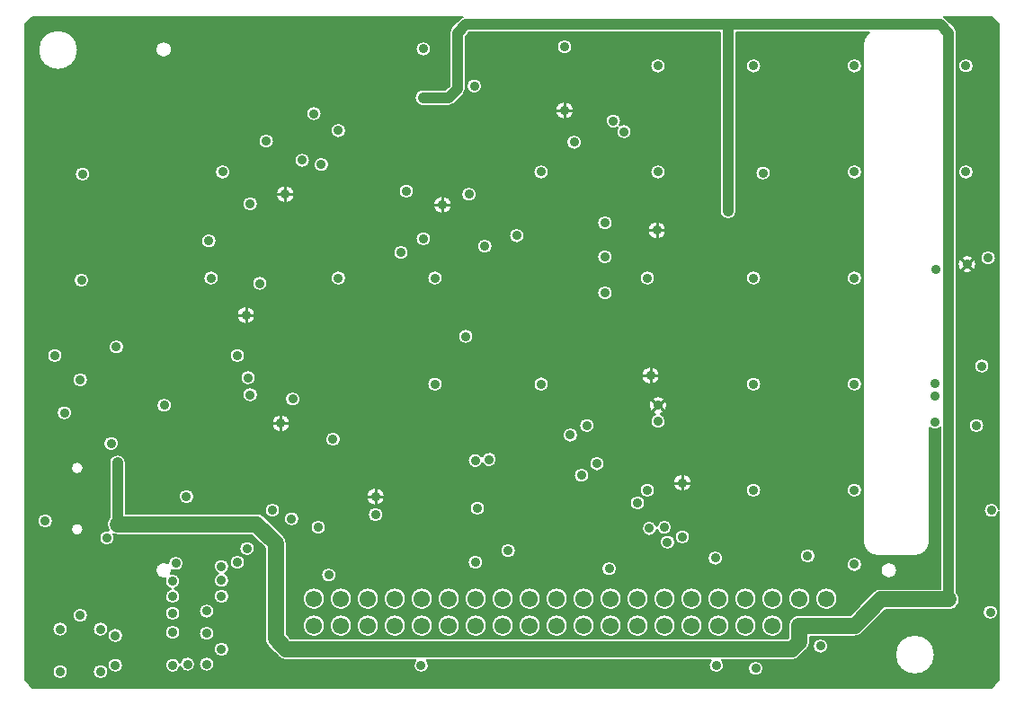
<source format=gbr>
G04 DesignSpark PCB PRO Gerber Version 10.0 Build 5299*
G04 #@! TF.Part,Single*
G04 #@! TF.FileFunction,Copper,L2,Inr*
G04 #@! TF.FilePolarity,Positive*
%FSLAX35Y35*%
%MOIN*%
%ADD106C,0.00500*%
%ADD111C,0.00984*%
%ADD113C,0.01500*%
G04 #@! TA.AperFunction,ViaPad*
%ADD112C,0.03543*%
G04 #@! TD.AperFunction*
%ADD121C,0.03937*%
%ADD122C,0.05906*%
G04 #@! TA.AperFunction,ComponentPad*
%ADD114C,0.06102*%
G04 #@! TD.AperFunction*
X0Y0D02*
D02*
D106*
X9543Y252053D02*
Y8578D01*
X12227Y5894D01*
X367906D01*
X370590Y8578D01*
Y71171D01*
G75*
G02*
X365014Y71654I-2767J482D01*
G01*
G75*
G02*
X370590Y72136I2809J0D01*
G01*
Y252053D01*
X367906Y254737D01*
X350097D01*
G75*
G02*
X351051Y254093I-1172J-2768D01*
G01*
X354200Y250945D01*
G75*
G02*
X355081Y248819I-2125J-2126D01*
G01*
Y41207D01*
G75*
G02*
X352075Y34593I-3006J-2624D01*
G01*
X351145D01*
G75*
G02*
X350644I-251J3989D01*
G01*
X328530Y34593D01*
X319975Y26037D01*
G75*
G02*
X317150Y24869I-2821J2822D01*
G01*
X307509D01*
G75*
G02*
X305726I-892J3991D01*
G01*
X300553D01*
Y22835D01*
G75*
G02*
X299384Y20013I-3991J0D01*
G01*
X296628Y17257D01*
G75*
G02*
X293803Y16089I-2821J2822D01*
G01*
X267909D01*
G75*
G02*
X268663Y14174I-2055J-1915D01*
G01*
G75*
G02*
X263045I-2809J0D01*
G01*
G75*
G02*
X263799Y16089I2809J0D01*
G01*
X158460D01*
G75*
G02*
X159214Y14174I-2055J-1915D01*
G01*
G75*
G02*
X153596I-2809J0D01*
G01*
G75*
G02*
X154350Y16089I2809J0D01*
G01*
X106409D01*
G75*
G02*
X103583Y17257I-4J3991D01*
G01*
X99646Y21194D01*
G75*
G02*
X98478Y24016I2822J2821D01*
G01*
Y57796D01*
X93729Y62545D01*
X43807D01*
G75*
G02*
X42289Y62845I0J3991D01*
G01*
G75*
G02*
X42679Y61417I-2419J-1428D01*
G01*
G75*
G02*
X37061I-2809J0D01*
G01*
G75*
G02*
X40630Y64122I2809J0D01*
G01*
G75*
G02*
X40801Y69159I3177J2414D01*
G01*
Y89370D01*
G75*
G02*
X46813I3006J0D01*
G01*
Y70526D01*
X95378D01*
G75*
G02*
X98204Y69357I4J-3991D01*
G01*
X105290Y62271D01*
G75*
G02*
X106458Y59449I-2822J-2821D01*
G01*
Y25669D01*
X108058Y24069D01*
X292154D01*
X292572Y24488D01*
Y28265D01*
G75*
G02*
X292529Y28859I4047J594D01*
G01*
G75*
G02*
X297509Y32849I4089J0D01*
G01*
X305726D01*
G75*
G02*
X307509I892J-3991D01*
G01*
X315500D01*
X324056Y41405D01*
G75*
G02*
X326881Y42573I2821J-2822D01*
G01*
X349069Y42573D01*
Y102479D01*
G75*
G02*
X344976Y102339I-2112J1852D01*
G01*
Y60236D01*
G75*
G02*
X339476Y54736I-5500J0D01*
G01*
X325697D01*
G75*
G02*
X320197Y60236I0J5500D01*
G01*
Y244488D01*
G75*
G02*
X322498Y248963I5500J0D01*
G01*
X274733D01*
G75*
G02*
X274297I-218J3007D01*
G01*
X273191D01*
Y182678D01*
G75*
G02*
X267179I-3006J0D01*
G01*
Y248963D01*
X174186D01*
X172797Y247574D01*
Y227953D01*
G75*
G02*
X171916Y225827I-3006J0D01*
G01*
X168767Y222678D01*
G75*
G02*
X166641Y221797I-2126J2125D01*
G01*
X158189D01*
G75*
G02*
X154025Y224804I-997J3006D01*
G01*
G75*
G02*
X158192Y227809I3167J0D01*
G01*
X165396D01*
X166785Y229198D01*
Y248819D01*
G75*
G02*
X167666Y250945I3006J0D01*
G01*
X170815Y254094D01*
G75*
G02*
X171768Y254737I2126J-2124D01*
G01*
X12227D01*
X9543Y252053D01*
X355368Y162992D02*
G75*
G02*
X362167I3400J0D01*
G01*
G75*
G02*
X355368I-3400J0D01*
G01*
X359502Y103150D02*
G75*
G02*
X365120I2809J0D01*
G01*
G75*
G02*
X359502I-2809J0D01*
G01*
X364620Y33858D02*
G75*
G02*
X370238I2809J0D01*
G01*
G75*
G02*
X364620I-2809J0D01*
G01*
X361470Y125197D02*
G75*
G02*
X367089I2809J0D01*
G01*
G75*
G02*
X361470I-2809J0D01*
G01*
X355565Y197244D02*
G75*
G02*
X361183I2809J0D01*
G01*
G75*
G02*
X355565I-2809J0D01*
G01*
Y236614D02*
G75*
G02*
X361183I2809J0D01*
G01*
G75*
G02*
X355565I-2809J0D01*
G01*
X363833Y165354D02*
G75*
G02*
X369451I2809J0D01*
G01*
G75*
G02*
X363833I-2809J0D01*
G01*
X332140Y18110D02*
G75*
G02*
X346813I7337J0D01*
G01*
G75*
G02*
X332140I-7337J0D01*
G01*
X301628Y21260D02*
G75*
G02*
X307246I2809J0D01*
G01*
G75*
G02*
X301628I-2809J0D01*
G01*
X277612Y12993D02*
G75*
G02*
X283230I2809J0D01*
G01*
G75*
G02*
X277612I-2809J0D01*
G01*
X62651Y51969D02*
G75*
G02*
X68269I2809J0D01*
G01*
G75*
G02*
X63932Y49612I-2809J0D01*
G01*
G75*
G02*
X63939Y49409I-3001J-200D01*
G01*
G75*
G02*
X63587Y47998I-3006J0D01*
G01*
G75*
G02*
X67088Y45276I693J-2722D01*
G01*
G75*
G02*
X64823Y42520I-2809J0D01*
G01*
G75*
G02*
X67088Y39764I-544J-2756D01*
G01*
G75*
G02*
X61470I-2809J0D01*
G01*
G75*
G02*
X63735Y42520I2809J0D01*
G01*
G75*
G02*
X61761Y46520I543J2756D01*
G01*
G75*
G02*
X57927Y49409I-828J2890D01*
G01*
G75*
G02*
X62653Y51874I3006J0D01*
G01*
G75*
G02*
X62651Y51969I2813J94D01*
G01*
X66999Y14876D02*
G75*
G02*
X72600Y14567I2792J-309D01*
G01*
G75*
G02*
X67071Y13865I-2809J0D01*
G01*
G75*
G02*
X61470Y14173I-2792J309D01*
G01*
G75*
G02*
X66999Y14876I2809J0D01*
G01*
X61470Y26378D02*
G75*
G02*
X67088I2809J0D01*
G01*
G75*
G02*
X61470I-2809J0D01*
G01*
Y33465D02*
G75*
G02*
X67088I2809J0D01*
G01*
G75*
G02*
X61470I-2809J0D01*
G01*
X74069Y14567D02*
G75*
G02*
X79687I2809J0D01*
G01*
G75*
G02*
X74069I-2809J0D01*
G01*
Y25984D02*
G75*
G02*
X79687I2809J0D01*
G01*
G75*
G02*
X74069I-2809J0D01*
G01*
X79580Y20079D02*
G75*
G02*
X85198I2809J0D01*
G01*
G75*
G02*
X79580I-2809J0D01*
G01*
X74069Y34252D02*
G75*
G02*
X79687I2809J0D01*
G01*
G75*
G02*
X74069I-2809J0D01*
G01*
X79580Y39764D02*
G75*
G02*
X85198I2809J0D01*
G01*
G75*
G02*
X79580I-2809J0D01*
G01*
Y50788D02*
G75*
G02*
X85198I2809J0D01*
G01*
G75*
G02*
X83547Y48229I-2809J0D01*
G01*
G75*
G02*
X85198Y45669I-1158J-2559D01*
G01*
G75*
G02*
X79580I-2809J0D01*
G01*
G75*
G02*
X81231Y48229I2809J0D01*
G01*
G75*
G02*
X79580Y50788I1158J2559D01*
G01*
X85486Y52363D02*
G75*
G02*
X91104I2809J0D01*
G01*
G75*
G02*
X85486I-2809J0D01*
G01*
X89029Y57481D02*
G75*
G02*
X94647I2809J0D01*
G01*
G75*
G02*
X89029I-2809J0D01*
G01*
X326825Y49409D02*
G75*
G02*
X332837I3006J0D01*
G01*
G75*
G02*
X326825I-3006J0D01*
G01*
X276825Y79134D02*
G75*
G02*
X282443I2809J0D01*
G01*
G75*
G02*
X276825I-2809J0D01*
G01*
Y118504D02*
G75*
G02*
X282443I2809J0D01*
G01*
G75*
G02*
X276825I-2809J0D01*
G01*
Y157874D02*
G75*
G02*
X282443I2809J0D01*
G01*
G75*
G02*
X276825I-2809J0D01*
G01*
Y236614D02*
G75*
G02*
X282443I2809J0D01*
G01*
G75*
G02*
X276825I-2809J0D01*
G01*
X280368Y196851D02*
G75*
G02*
X285986I2809J0D01*
G01*
G75*
G02*
X280368I-2809J0D01*
G01*
X282529Y28859D02*
G75*
G02*
X290706I4089J0D01*
G01*
G75*
G02*
X282529I-4089J0D01*
G01*
Y38859D02*
G75*
G02*
X290706I4089J0D01*
G01*
G75*
G02*
X282529I-4089J0D01*
G01*
X292529D02*
G75*
G02*
X300706I4089J0D01*
G01*
G75*
G02*
X292529I-4089J0D01*
G01*
X296903Y54725D02*
G75*
G02*
X302521I2809J0D01*
G01*
G75*
G02*
X296903I-2809J0D01*
G01*
X302529Y38859D02*
G75*
G02*
X310706I4089J0D01*
G01*
G75*
G02*
X302529I-4089J0D01*
G01*
X314226Y51575D02*
G75*
G02*
X319844I2809J0D01*
G01*
G75*
G02*
X314226I-2809J0D01*
G01*
X314226Y79134D02*
G75*
G02*
X319844I2809J0D01*
G01*
G75*
G02*
X314226I-2809J0D01*
G01*
Y118504D02*
G75*
G02*
X319844I2809J0D01*
G01*
G75*
G02*
X314226I-2809J0D01*
G01*
Y157874D02*
G75*
G02*
X319844I2809J0D01*
G01*
G75*
G02*
X314226I-2809J0D01*
G01*
Y197244D02*
G75*
G02*
X319844I2809J0D01*
G01*
G75*
G02*
X314226I-2809J0D01*
G01*
Y236614D02*
G75*
G02*
X319844I2809J0D01*
G01*
G75*
G02*
X314226I-2809J0D01*
G01*
X272529Y28859D02*
G75*
G02*
X280706I4089J0D01*
G01*
G75*
G02*
X272529I-4089J0D01*
G01*
Y38859D02*
G75*
G02*
X280706I4089J0D01*
G01*
G75*
G02*
X272529I-4089J0D01*
G01*
X185880Y56693D02*
G75*
G02*
X191498I2809J0D01*
G01*
G75*
G02*
X185880I-2809J0D01*
G01*
X189030Y173622D02*
G75*
G02*
X194648I2809J0D01*
G01*
G75*
G02*
X189030I-2809J0D01*
G01*
X192529Y28859D02*
G75*
G02*
X200706I4089J0D01*
G01*
G75*
G02*
X192529I-4089J0D01*
G01*
Y38859D02*
G75*
G02*
X200706I4089J0D01*
G01*
G75*
G02*
X192529I-4089J0D01*
G01*
X198085Y118504D02*
G75*
G02*
X203703I2809J0D01*
G01*
G75*
G02*
X198085I-2809J0D01*
G01*
X202529Y28859D02*
G75*
G02*
X210706I4089J0D01*
G01*
G75*
G02*
X202529I-4089J0D01*
G01*
Y38859D02*
G75*
G02*
X210706I4089J0D01*
G01*
G75*
G02*
X202529I-4089J0D01*
G01*
X198085Y197244D02*
G75*
G02*
X203703I2809J0D01*
G01*
G75*
G02*
X198085I-2809J0D01*
G01*
X206156Y220079D02*
G75*
G02*
X212955I3400J0D01*
G01*
G75*
G02*
X206156I-3400J0D01*
G01*
X208911Y99607D02*
G75*
G02*
X214530I2809J0D01*
G01*
G75*
G02*
X208911I-2809J0D01*
G01*
X212529Y28859D02*
G75*
G02*
X220706I4089J0D01*
G01*
G75*
G02*
X212529I-4089J0D01*
G01*
Y38859D02*
G75*
G02*
X220706I4089J0D01*
G01*
G75*
G02*
X212529I-4089J0D01*
G01*
X213045Y84646D02*
G75*
G02*
X218663I2809J0D01*
G01*
G75*
G02*
X213045I-2809J0D01*
G01*
X210289Y208268D02*
G75*
G02*
X215907I2809J0D01*
G01*
G75*
G02*
X210289I-2809J0D01*
G01*
X215014Y103150D02*
G75*
G02*
X220632I2809J0D01*
G01*
G75*
G02*
X215014I-2809J0D01*
G01*
X218754Y88976D02*
G75*
G02*
X224372I2809J0D01*
G01*
G75*
G02*
X218754I-2809J0D01*
G01*
X222529Y28859D02*
G75*
G02*
X230706I4089J0D01*
G01*
G75*
G02*
X222529I-4089J0D01*
G01*
Y38859D02*
G75*
G02*
X230706I4089J0D01*
G01*
G75*
G02*
X222529I-4089J0D01*
G01*
X223281Y50000D02*
G75*
G02*
X228899I2809J0D01*
G01*
G75*
G02*
X223281I-2809J0D01*
G01*
X206746Y243701D02*
G75*
G02*
X212364I2809J0D01*
G01*
G75*
G02*
X206746I-2809J0D01*
G01*
X221707Y152362D02*
G75*
G02*
X227325I2809J0D01*
G01*
G75*
G02*
X221707I-2809J0D01*
G01*
Y165748D02*
G75*
G02*
X227325I2809J0D01*
G01*
G75*
G02*
X221707I-2809J0D01*
G01*
Y178346D02*
G75*
G02*
X227325I2809J0D01*
G01*
G75*
G02*
X221707I-2809J0D01*
G01*
X229899Y214439D02*
G75*
G02*
X234411Y212205I1703J-2234D01*
G01*
G75*
G02*
X228793I-2809J0D01*
G01*
G75*
G02*
X229368Y213908I2809J0D01*
G01*
G75*
G02*
X224856Y216142I-1703J2234D01*
G01*
G75*
G02*
X230474I2809J0D01*
G01*
G75*
G02*
X229899Y214439I-2809J0D01*
G01*
X232529Y28859D02*
G75*
G02*
X240706I4089J0D01*
G01*
G75*
G02*
X232529I-4089J0D01*
G01*
Y38859D02*
G75*
G02*
X240706I4089J0D01*
G01*
G75*
G02*
X232529I-4089J0D01*
G01*
X233809Y74410D02*
G75*
G02*
X239427I2809J0D01*
G01*
G75*
G02*
X233809I-2809J0D01*
G01*
X243771Y65663D02*
G75*
G02*
X249372Y65355I2792J-308D01*
G01*
G75*
G02*
X243843Y64653I-2809J0D01*
G01*
G75*
G02*
X238242Y64961I-2792J308D01*
G01*
G75*
G02*
X243771Y65663I2809J0D01*
G01*
X244935Y59843D02*
G75*
G02*
X250553I2809J0D01*
G01*
G75*
G02*
X244935I-2809J0D01*
G01*
X242529Y28859D02*
G75*
G02*
X250706I4089J0D01*
G01*
G75*
G02*
X242529I-4089J0D01*
G01*
Y38859D02*
G75*
G02*
X250706I4089J0D01*
G01*
G75*
G02*
X242529I-4089J0D01*
G01*
X237455Y79134D02*
G75*
G02*
X243073I2809J0D01*
G01*
G75*
G02*
X237455I-2809J0D01*
G01*
Y157874D02*
G75*
G02*
X243073I2809J0D01*
G01*
G75*
G02*
X237455I-2809J0D01*
G01*
X238045Y121654D02*
G75*
G02*
X244844I3400J0D01*
G01*
G75*
G02*
X238045I-3400J0D01*
G01*
X240801Y110630D02*
G75*
G02*
X247600I3400J0D01*
G01*
G75*
G02*
X245154Y107367I-3400J0D01*
G01*
G75*
G02*
X247010Y104724I-954J-2642D01*
G01*
G75*
G02*
X241392I-2809J0D01*
G01*
G75*
G02*
X243247Y107367I2809J0D01*
G01*
G75*
G02*
X240801Y110630I954J3263D01*
G01*
X240407Y175591D02*
G75*
G02*
X247207I3400J0D01*
G01*
G75*
G02*
X240407I-3400J0D01*
G01*
X241392Y197244D02*
G75*
G02*
X247010I2809J0D01*
G01*
G75*
G02*
X241392I-2809J0D01*
G01*
Y236614D02*
G75*
G02*
X247010I2809J0D01*
G01*
G75*
G02*
X241392I-2809J0D01*
G01*
X249856Y81890D02*
G75*
G02*
X256656I3400J0D01*
G01*
G75*
G02*
X249856I-3400J0D01*
G01*
X250447Y61811D02*
G75*
G02*
X256065I2809J0D01*
G01*
G75*
G02*
X250447I-2809J0D01*
G01*
X252529Y28859D02*
G75*
G02*
X260706I4089J0D01*
G01*
G75*
G02*
X252529I-4089J0D01*
G01*
Y38859D02*
G75*
G02*
X260706I4089J0D01*
G01*
G75*
G02*
X252529I-4089J0D01*
G01*
X262529Y28859D02*
G75*
G02*
X270706I4089J0D01*
G01*
G75*
G02*
X262529I-4089J0D01*
G01*
Y38859D02*
G75*
G02*
X270706I4089J0D01*
G01*
G75*
G02*
X262529I-4089J0D01*
G01*
X262651Y53937D02*
G75*
G02*
X268269I2809J0D01*
G01*
G75*
G02*
X262651I-2809J0D01*
G01*
X173281Y229134D02*
G75*
G02*
X178900I2809J0D01*
G01*
G75*
G02*
X173281I-2809J0D01*
G01*
X177219Y169685D02*
G75*
G02*
X182837I2809J0D01*
G01*
G75*
G02*
X177219I-2809J0D01*
G01*
X170131Y136221D02*
G75*
G02*
X175750I2809J0D01*
G01*
G75*
G02*
X170131I-2809J0D01*
G01*
X172529Y28859D02*
G75*
G02*
X180706I4089J0D01*
G01*
G75*
G02*
X172529I-4089J0D01*
G01*
Y38859D02*
G75*
G02*
X180706I4089J0D01*
G01*
G75*
G02*
X172529I-4089J0D01*
G01*
X173675Y52363D02*
G75*
G02*
X179293I2809J0D01*
G01*
G75*
G02*
X173675I-2809J0D01*
G01*
X178956Y91493D02*
G75*
G02*
X184411Y90551I2647J-941D01*
G01*
G75*
G02*
X179131Y89217I-2809J0D01*
G01*
G75*
G02*
X173675Y90158I-2647J941D01*
G01*
G75*
G02*
X178956Y91493I2809J0D01*
G01*
X182529Y28859D02*
G75*
G02*
X190706I4089J0D01*
G01*
G75*
G02*
X182529I-4089J0D01*
G01*
Y38859D02*
G75*
G02*
X190706I4089J0D01*
G01*
G75*
G02*
X182529I-4089J0D01*
G01*
X174462Y72441D02*
G75*
G02*
X180080I2809J0D01*
G01*
G75*
G02*
X174462I-2809J0D01*
G01*
X171313Y188976D02*
G75*
G02*
X176931I2809J0D01*
G01*
G75*
G02*
X171313I-2809J0D01*
G01*
X160880Y185039D02*
G75*
G02*
X167679I3400J0D01*
G01*
G75*
G02*
X160880I-3400J0D01*
G01*
X154384Y172441D02*
G75*
G02*
X160002I2809J0D01*
G01*
G75*
G02*
X154384I-2809J0D01*
G01*
X158715Y118504D02*
G75*
G02*
X164333I2809J0D01*
G01*
G75*
G02*
X158715I-2809J0D01*
G01*
X162529Y28859D02*
G75*
G02*
X170706I4089J0D01*
G01*
G75*
G02*
X162529I-4089J0D01*
G01*
Y38859D02*
G75*
G02*
X170706I4089J0D01*
G01*
G75*
G02*
X162529I-4089J0D01*
G01*
X158715Y157874D02*
G75*
G02*
X164333I2809J0D01*
G01*
G75*
G02*
X158715I-2809J0D01*
G01*
X14226Y67717D02*
G75*
G02*
X19844I2809J0D01*
G01*
G75*
G02*
X14226I-2809J0D01*
G01*
X19738Y11811D02*
G75*
G02*
X25356I2809J0D01*
G01*
G75*
G02*
X19738I-2809J0D01*
G01*
Y27559D02*
G75*
G02*
X25356I2809J0D01*
G01*
G75*
G02*
X19738I-2809J0D01*
G01*
X14423Y242520D02*
G75*
G02*
X29096I7337J0D01*
G01*
G75*
G02*
X14423I-7337J0D01*
G01*
X17770Y129134D02*
G75*
G02*
X23388I2809J0D01*
G01*
G75*
G02*
X17770I-2809J0D01*
G01*
X21313Y107874D02*
G75*
G02*
X26931I2809J0D01*
G01*
G75*
G02*
X21313I-2809J0D01*
G01*
X26541Y64606D02*
G75*
G02*
X31175I2317J0D01*
G01*
G75*
G02*
X26541I-2317J0D01*
G01*
X27219Y32677D02*
G75*
G02*
X32837I2809J0D01*
G01*
G75*
G02*
X27219I-2809J0D01*
G01*
X26541Y87362D02*
G75*
G02*
X31175I2317J0D01*
G01*
G75*
G02*
X26541I-2317J0D01*
G01*
X27219Y120079D02*
G75*
G02*
X32837I2809J0D01*
G01*
G75*
G02*
X27219I-2809J0D01*
G01*
X27612Y157087D02*
G75*
G02*
X33230I2809J0D01*
G01*
G75*
G02*
X27612I-2809J0D01*
G01*
X28006Y196457D02*
G75*
G02*
X33624I2809J0D01*
G01*
G75*
G02*
X28006I-2809J0D01*
G01*
X34699Y11811D02*
G75*
G02*
X40317I2809J0D01*
G01*
G75*
G02*
X34699I-2809J0D01*
G01*
Y27559D02*
G75*
G02*
X40317I2809J0D01*
G01*
G75*
G02*
X34699I-2809J0D01*
G01*
X40211Y14173D02*
G75*
G02*
X45829I2809J0D01*
G01*
G75*
G02*
X40211I-2809J0D01*
G01*
Y25197D02*
G75*
G02*
X45829I2809J0D01*
G01*
G75*
G02*
X40211I-2809J0D01*
G01*
X38636Y96457D02*
G75*
G02*
X44254I2809J0D01*
G01*
G75*
G02*
X38636I-2809J0D01*
G01*
X40604Y132283D02*
G75*
G02*
X46222I2809J0D01*
G01*
G75*
G02*
X40604I-2809J0D01*
G01*
X57927Y242717D02*
G75*
G02*
X63939I3006J0D01*
G01*
G75*
G02*
X57927I-3006J0D01*
G01*
X58321Y110630D02*
G75*
G02*
X63939I2809J0D01*
G01*
G75*
G02*
X58321I-2809J0D01*
G01*
X66589Y76772D02*
G75*
G02*
X72207I2809J0D01*
G01*
G75*
G02*
X66589I-2809J0D01*
G01*
X74856Y171654D02*
G75*
G02*
X80474I2809J0D01*
G01*
G75*
G02*
X74856I-2809J0D01*
G01*
X75687Y157874D02*
G75*
G02*
X81305I2809J0D01*
G01*
G75*
G02*
X75687I-2809J0D01*
G01*
X79974Y197244D02*
G75*
G02*
X85593I2809J0D01*
G01*
G75*
G02*
X79974I-2809J0D01*
G01*
X85486Y129134D02*
G75*
G02*
X91104I2809J0D01*
G01*
G75*
G02*
X85486I-2809J0D01*
G01*
X89423Y120866D02*
G75*
G02*
X95041I2809J0D01*
G01*
G75*
G02*
X89423I-2809J0D01*
G01*
X90211Y114567D02*
G75*
G02*
X95829I2809J0D01*
G01*
G75*
G02*
X90211I-2809J0D01*
G01*
X88045Y144094D02*
G75*
G02*
X94844I3400J0D01*
G01*
G75*
G02*
X88045I-3400J0D01*
G01*
X90211Y185433D02*
G75*
G02*
X95829I2809J0D01*
G01*
G75*
G02*
X90211I-2809J0D01*
G01*
X93754Y155906D02*
G75*
G02*
X99372I2809J0D01*
G01*
G75*
G02*
X93754I-2809J0D01*
G01*
X98478Y71654D02*
G75*
G02*
X104096I2809J0D01*
G01*
G75*
G02*
X98478I-2809J0D01*
G01*
X96159Y208661D02*
G75*
G02*
X101778I2809J0D01*
G01*
G75*
G02*
X96159I-2809J0D01*
G01*
X100994Y103937D02*
G75*
G02*
X107793I3400J0D01*
G01*
G75*
G02*
X100994I-3400J0D01*
G01*
X105565Y68504D02*
G75*
G02*
X111183I2809J0D01*
G01*
G75*
G02*
X105565I-2809J0D01*
G01*
X102612Y188976D02*
G75*
G02*
X109411I3400J0D01*
G01*
G75*
G02*
X102612I-3400J0D01*
G01*
X105959Y112992D02*
G75*
G02*
X111577I2809J0D01*
G01*
G75*
G02*
X105959I-2809J0D01*
G01*
X109502Y201575D02*
G75*
G02*
X115120I2809J0D01*
G01*
G75*
G02*
X109502I-2809J0D01*
G01*
X112529Y28859D02*
G75*
G02*
X120706I4089J0D01*
G01*
G75*
G02*
X112529I-4089J0D01*
G01*
Y38859D02*
G75*
G02*
X120706I4089J0D01*
G01*
G75*
G02*
X112529I-4089J0D01*
G01*
X113833Y218898D02*
G75*
G02*
X119451I2809J0D01*
G01*
G75*
G02*
X113833I-2809J0D01*
G01*
X115407Y65355D02*
G75*
G02*
X121025I2809J0D01*
G01*
G75*
G02*
X115407I-2809J0D01*
G01*
X119344Y47638D02*
G75*
G02*
X124962I2809J0D01*
G01*
G75*
G02*
X119344I-2809J0D01*
G01*
X122529Y28859D02*
G75*
G02*
X130706I4089J0D01*
G01*
G75*
G02*
X122529I-4089J0D01*
G01*
Y38859D02*
G75*
G02*
X130706I4089J0D01*
G01*
G75*
G02*
X122529I-4089J0D01*
G01*
X116589Y200000D02*
G75*
G02*
X122207I2809J0D01*
G01*
G75*
G02*
X116589I-2809J0D01*
G01*
X120919Y98031D02*
G75*
G02*
X126537I2809J0D01*
G01*
G75*
G02*
X120919I-2809J0D01*
G01*
X122888Y157874D02*
G75*
G02*
X128506I2809J0D01*
G01*
G75*
G02*
X122888I-2809J0D01*
G01*
Y212598D02*
G75*
G02*
X128506I2809J0D01*
G01*
G75*
G02*
X122888I-2809J0D01*
G01*
X132529Y28859D02*
G75*
G02*
X140706I4089J0D01*
G01*
G75*
G02*
X132529I-4089J0D01*
G01*
Y38859D02*
G75*
G02*
X140706I4089J0D01*
G01*
G75*
G02*
X132529I-4089J0D01*
G01*
X136076Y76772D02*
G75*
G02*
X142876I3400J0D01*
G01*
G75*
G02*
X136076I-3400J0D01*
G01*
X136667Y70079D02*
G75*
G02*
X142285I2809J0D01*
G01*
G75*
G02*
X136667I-2809J0D01*
G01*
X142529Y28859D02*
G75*
G02*
X150706I4089J0D01*
G01*
G75*
G02*
X142529I-4089J0D01*
G01*
Y38859D02*
G75*
G02*
X150706I4089J0D01*
G01*
G75*
G02*
X142529I-4089J0D01*
G01*
X146116Y167323D02*
G75*
G02*
X151734I2809J0D01*
G01*
G75*
G02*
X146116I-2809J0D01*
G01*
X148085Y190157D02*
G75*
G02*
X153703I2809J0D01*
G01*
G75*
G02*
X148085I-2809J0D01*
G01*
X152529Y28859D02*
G75*
G02*
X160706I4089J0D01*
G01*
G75*
G02*
X152529I-4089J0D01*
G01*
Y38859D02*
G75*
G02*
X160706I4089J0D01*
G01*
G75*
G02*
X152529I-4089J0D01*
G01*
X154384Y242913D02*
G75*
G02*
X160002I2809J0D01*
G01*
G75*
G02*
X154384I-2809J0D01*
G01*
X9793Y12993D02*
G36*
X9793Y12993D02*
Y8328D01*
X11977Y6144D01*
X368156D01*
X370340Y8328D01*
Y12993D01*
X344733D01*
G75*
G02*
X334220I-5257J5118D01*
G01*
X283230D01*
G75*
G02*
X277612I-2809J0D01*
G01*
X268403D01*
G75*
G02*
X263305I-2549J1181D01*
G01*
X158954D01*
G75*
G02*
X153856I-2549J1181D01*
G01*
X79204D01*
G75*
G02*
X74551I-2326J1574D01*
G01*
X72117D01*
G75*
G02*
X67465I-2326J1574D01*
G01*
X66828D01*
G75*
G02*
X61730I-2549J1181D01*
G01*
X45569D01*
G75*
G02*
X40471I-2549J1181D01*
G01*
X40056D01*
G75*
G02*
X40317Y11811I-2548J-1181D01*
G01*
G75*
G02*
X34699I-2809J0D01*
G01*
G75*
G02*
X34959Y12993I2809J0D01*
G01*
X25096D01*
G75*
G02*
X25356Y11811I-2548J-1181D01*
G01*
G75*
G02*
X19738I-2809J0D01*
G01*
G75*
G02*
X19999Y12993I2809J0D01*
G01*
X9793D01*
G37*
Y18110D02*
G36*
X9793Y18110D02*
Y12993D01*
X19999D01*
G75*
G02*
X25096I2548J-1181D01*
G01*
X34959D01*
G75*
G02*
X40056I2548J-1181D01*
G01*
X40471D01*
G75*
G02*
X40211Y14173I2549J1181D01*
G01*
G75*
G02*
X45829I2809J0D01*
G01*
G75*
G02*
X45569Y12993I-2809J0D01*
G01*
X61730D01*
G75*
G02*
X61470Y14173I2549J1181D01*
G01*
G75*
G02*
X66999Y14876I2809J0D01*
G01*
G75*
G02*
X72600Y14567I2792J-309D01*
G01*
G75*
G02*
X72117Y12993I-2809J0D01*
G01*
X74551D01*
G75*
G02*
X74069Y14567I2326J1574D01*
G01*
G75*
G02*
X79687I2809J0D01*
G01*
G75*
G02*
X79204Y12993I-2809J0D01*
G01*
X153856D01*
G75*
G02*
X153596Y14174I2549J1181D01*
G01*
Y14174D01*
G75*
G02*
X154350Y16089I2808J0D01*
G01*
X106409D01*
G75*
G02*
X103583Y17257I-4J3989D01*
G01*
X102731Y18110D01*
X84393D01*
G75*
G02*
X80385I-2004J1969D01*
G01*
X9793D01*
G37*
X67071Y13865D02*
G36*
X67071Y13865D02*
G75*
G02*
X66828Y12993I-2792J309D01*
G01*
X67465D01*
G75*
G02*
X67071Y13865I2326J1574D01*
G01*
G37*
X159214Y14174D02*
G36*
X159214Y14174D02*
G75*
G02*
X158954Y12993I-2809J0D01*
G01*
X263305D01*
G75*
G02*
X263045Y14174I2549J1181D01*
G01*
Y14174D01*
G75*
G02*
X263799Y16089I2808J0D01*
G01*
X158460D01*
G75*
G02*
X159214Y14174I-2054J-1915D01*
G01*
Y14174D01*
G37*
X268663D02*
G36*
X268663Y14174D02*
G75*
G02*
X268403Y12993I-2809J0D01*
G01*
X277612D01*
G75*
G02*
X283230I2809J0D01*
G01*
X334220D01*
G75*
G02*
X332140Y18110I5257J5118D01*
G01*
X297481D01*
X296628Y17257D01*
G75*
G02*
X293803Y16089I-2822J2823D01*
G01*
X267909D01*
G75*
G02*
X268663Y14174I-2054J-1915D01*
G01*
Y14174D01*
G37*
X346813Y18110D02*
G36*
X346813Y18110D02*
G75*
G02*
X344733Y12993I-7337J0D01*
G01*
X370340D01*
Y18110D01*
X346813D01*
G37*
X9793Y21260D02*
G36*
X9793Y21260D02*
Y18110D01*
X80385D01*
G75*
G02*
X79580Y20079I2004J1969D01*
G01*
G75*
G02*
X79841Y21260I2809J0D01*
G01*
X9793D01*
G37*
X85198Y20079D02*
G36*
X85198Y20079D02*
G75*
G02*
X84393Y18110I-2809J0D01*
G01*
X102731D01*
X99646Y21194D01*
G75*
G02*
X99582Y21260I2822J2818D01*
G01*
X84938D01*
G75*
G02*
X85198Y20079I-2548J-1181D01*
G01*
G37*
X299384Y20013D02*
G36*
X299384Y20013D02*
X297481Y18110D01*
X332140D01*
G75*
G02*
X332850Y21260I7337J0D01*
G01*
X307246D01*
G75*
G02*
X301628I-2809J0D01*
G01*
X300229D01*
G75*
G02*
X299384Y20013I-3665J1574D01*
G01*
G37*
X346102Y21260D02*
G36*
X346102Y21260D02*
G75*
G02*
X346813Y18110I-6626J-3150D01*
G01*
X370340D01*
Y21260D01*
X346102D01*
G37*
X9793Y26378D02*
G36*
X9793Y26378D02*
Y21260D01*
X79841D01*
G75*
G02*
X84938I2548J-1181D01*
G01*
X99582D01*
G75*
G02*
X98478Y24015I2885J2755D01*
G01*
G75*
G02*
Y24016I3470J0D01*
G01*
Y26378D01*
X79659D01*
G75*
G02*
X79687Y25984I-2781J-393D01*
G01*
G75*
G02*
X74069I-2809J0D01*
G01*
G75*
G02*
X74096Y26378I2809J1D01*
G01*
X67088D01*
G75*
G02*
X61470I-2809J0D01*
G01*
X45569D01*
G75*
G02*
X45829Y25197I-2549J-1181D01*
G01*
G75*
G02*
X40211I-2809J0D01*
G01*
G75*
G02*
X40471Y26378I2809J0D01*
G01*
X40057D01*
G75*
G02*
X34959I-2549J1181D01*
G01*
X25096D01*
G75*
G02*
X19998I-2549J1181D01*
G01*
X9793D01*
G37*
X106458D02*
G36*
X106458Y26378D02*
Y25669D01*
X108058Y24069D01*
X292154D01*
X292572Y24488D01*
Y26378D01*
X289868D01*
G75*
G02*
X283368I-3250J2481D01*
G01*
X279868D01*
G75*
G02*
X273368I-3250J2481D01*
G01*
X269868D01*
G75*
G02*
X263368I-3250J2481D01*
G01*
X259868D01*
G75*
G02*
X253368I-3250J2481D01*
G01*
X249868D01*
G75*
G02*
X243368I-3250J2481D01*
G01*
X239868D01*
G75*
G02*
X233368I-3250J2481D01*
G01*
X229868D01*
G75*
G02*
X223368I-3250J2481D01*
G01*
X219868D01*
G75*
G02*
X213368I-3250J2481D01*
G01*
X209868D01*
G75*
G02*
X203368I-3250J2481D01*
G01*
X199868D01*
G75*
G02*
X193368I-3250J2481D01*
G01*
X189868D01*
G75*
G02*
X183368I-3250J2481D01*
G01*
X179868D01*
G75*
G02*
X173368I-3250J2481D01*
G01*
X169868D01*
G75*
G02*
X163368I-3250J2481D01*
G01*
X159868D01*
G75*
G02*
X153368I-3250J2481D01*
G01*
X149868D01*
G75*
G02*
X143368I-3250J2481D01*
G01*
X139868D01*
G75*
G02*
X133368I-3250J2481D01*
G01*
X129868D01*
G75*
G02*
X123368I-3250J2481D01*
G01*
X119868D01*
G75*
G02*
X113368I-3250J2481D01*
G01*
X106458D01*
G37*
X300553Y24869D02*
G36*
X300553Y24869D02*
Y22835D01*
G75*
G02*
Y22834I-3470J0D01*
G01*
G75*
G02*
X300229Y21260I-3989J0D01*
G01*
X301628D01*
G75*
G02*
X307246I2809J0D01*
G01*
X332850D01*
G75*
G02*
X346102I6626J-3150D01*
G01*
X370340D01*
Y26378D01*
X320316D01*
X319975Y26037D01*
G75*
G02*
X317150Y24869I-2822J2823D01*
G01*
X307509D01*
G75*
G02*
X305726I-892J3991D01*
G01*
X300553D01*
G37*
X9793Y33858D02*
G36*
X9793Y33858D02*
Y26378D01*
X19998D01*
G75*
G02*
X19738Y27559I2549J1181D01*
G01*
G75*
G02*
X25356I2809J0D01*
G01*
G75*
G02*
X25096Y26378I-2809J0D01*
G01*
X34959D01*
G75*
G02*
X34699Y27559I2549J1181D01*
G01*
G75*
G02*
X40317I2809J0D01*
G01*
G75*
G02*
X40057Y26378I-2809J0D01*
G01*
X40471D01*
G75*
G02*
X45569I2549J-1181D01*
G01*
X61470D01*
G75*
G02*
X67088I2809J0D01*
G01*
X74096D01*
G75*
G02*
X79659I2781J-394D01*
G01*
X98478D01*
Y33858D01*
X79659D01*
G75*
G02*
X74096I-2781J394D01*
G01*
X67061D01*
G75*
G02*
X67088Y33465I-2781J-393D01*
G01*
G75*
G02*
X61470I-2809J0D01*
G01*
G75*
G02*
X61498Y33858I2809J1D01*
G01*
X32576D01*
G75*
G02*
X32837Y32677I-2549J-1181D01*
G01*
G75*
G02*
X27219I-2809J0D01*
G01*
G75*
G02*
X27479Y33858I2809J0D01*
G01*
X9793D01*
G37*
X106458D02*
G36*
X106458Y33858D02*
Y26378D01*
X113368D01*
G75*
G02*
X112529Y28859I3250J2481D01*
G01*
G75*
G02*
X120706I4089J0D01*
G01*
G75*
G02*
X119868Y26378I-4089J0D01*
G01*
X123368D01*
G75*
G02*
X122529Y28859I3250J2481D01*
G01*
G75*
G02*
X130706I4089J0D01*
G01*
G75*
G02*
X129868Y26378I-4089J0D01*
G01*
X133368D01*
G75*
G02*
X132529Y28859I3250J2481D01*
G01*
G75*
G02*
X140706I4089J0D01*
G01*
G75*
G02*
X139868Y26378I-4089J0D01*
G01*
X143368D01*
G75*
G02*
X142529Y28859I3250J2481D01*
G01*
G75*
G02*
X150706I4089J0D01*
G01*
G75*
G02*
X149868Y26378I-4089J0D01*
G01*
X153368D01*
G75*
G02*
X152529Y28859I3250J2481D01*
G01*
G75*
G02*
X160706I4089J0D01*
G01*
G75*
G02*
X159868Y26378I-4089J0D01*
G01*
X163368D01*
G75*
G02*
X162529Y28859I3250J2481D01*
G01*
G75*
G02*
X170706I4089J0D01*
G01*
G75*
G02*
X169868Y26378I-4089J0D01*
G01*
X173368D01*
G75*
G02*
X172529Y28859I3250J2481D01*
G01*
G75*
G02*
X180706I4089J0D01*
G01*
G75*
G02*
X179868Y26378I-4089J0D01*
G01*
X183368D01*
G75*
G02*
X182529Y28859I3250J2481D01*
G01*
G75*
G02*
X190706I4089J0D01*
G01*
G75*
G02*
X189868Y26378I-4089J0D01*
G01*
X193368D01*
G75*
G02*
X192529Y28859I3250J2481D01*
G01*
G75*
G02*
X200706I4089J0D01*
G01*
G75*
G02*
X199868Y26378I-4089J0D01*
G01*
X203368D01*
G75*
G02*
X202529Y28859I3250J2481D01*
G01*
G75*
G02*
X210706I4089J0D01*
G01*
G75*
G02*
X209868Y26378I-4089J0D01*
G01*
X213368D01*
G75*
G02*
X212529Y28859I3250J2481D01*
G01*
G75*
G02*
X220706I4089J0D01*
G01*
G75*
G02*
X219868Y26378I-4089J0D01*
G01*
X223368D01*
G75*
G02*
X222529Y28859I3250J2481D01*
G01*
G75*
G02*
X230706I4089J0D01*
G01*
G75*
G02*
X229868Y26378I-4089J0D01*
G01*
X233368D01*
G75*
G02*
X232529Y28859I3250J2481D01*
G01*
G75*
G02*
X240706I4089J0D01*
G01*
G75*
G02*
X239868Y26378I-4089J0D01*
G01*
X243368D01*
G75*
G02*
X242529Y28859I3250J2481D01*
G01*
G75*
G02*
X250706I4089J0D01*
G01*
G75*
G02*
X249868Y26378I-4089J0D01*
G01*
X253368D01*
G75*
G02*
X252529Y28859I3250J2481D01*
G01*
G75*
G02*
X260706I4089J0D01*
G01*
G75*
G02*
X259868Y26378I-4089J0D01*
G01*
X263368D01*
G75*
G02*
X262529Y28859I3250J2481D01*
G01*
G75*
G02*
X270706I4089J0D01*
G01*
G75*
G02*
X269868Y26378I-4089J0D01*
G01*
X273368D01*
G75*
G02*
X272529Y28859I3250J2481D01*
G01*
G75*
G02*
X280706I4089J0D01*
G01*
G75*
G02*
X279868Y26378I-4089J0D01*
G01*
X283368D01*
G75*
G02*
X282529Y28859I3250J2481D01*
G01*
G75*
G02*
X290706I4089J0D01*
G01*
G75*
G02*
X289868Y26378I-4089J0D01*
G01*
X292572D01*
Y28265D01*
G75*
G02*
X292529Y28859I4118J599D01*
G01*
G75*
G02*
X297509Y32849I4089J0D01*
G01*
X305726D01*
G75*
G02*
X307509I892J-3991D01*
G01*
X315500D01*
X316510Y33858D01*
X106458D01*
G37*
X327796D02*
G36*
X327796Y33858D02*
X320316Y26378D01*
X370340D01*
Y33858D01*
X370238D01*
G75*
G02*
X364620I-2809J0D01*
G01*
X327796D01*
G37*
X9793Y39764D02*
G36*
X9793Y39764D02*
Y33858D01*
X27479D01*
G75*
G02*
X32576I2549J-1181D01*
G01*
X61498D01*
G75*
G02*
X67061I2781J-394D01*
G01*
X74096D01*
G75*
G02*
X74069Y34252I2781J393D01*
G01*
G75*
G02*
X79687I2809J0D01*
G01*
G75*
G02*
X79659Y33858I-2809J-1D01*
G01*
X98478D01*
Y39764D01*
X85198D01*
G75*
G02*
X79580I-2809J0D01*
G01*
X67088D01*
G75*
G02*
X61470I-2809J0D01*
G01*
X9793D01*
G37*
X106458D02*
G36*
X106458Y39764D02*
Y33858D01*
X316510D01*
X322415Y39764D01*
X310605D01*
G75*
G02*
X310706Y38859I-3987J-906D01*
G01*
G75*
G02*
X302529I-4089J0D01*
G01*
G75*
G02*
X302631Y39764I4089J-1D01*
G01*
X300605D01*
G75*
G02*
X300706Y38859I-3987J-906D01*
G01*
G75*
G02*
X292529I-4089J0D01*
G01*
G75*
G02*
X292631Y39764I4089J-1D01*
G01*
X290605D01*
G75*
G02*
X290706Y38859I-3987J-906D01*
G01*
G75*
G02*
X282529I-4089J0D01*
G01*
G75*
G02*
X282631Y39764I4089J-1D01*
G01*
X280605D01*
G75*
G02*
X280706Y38859I-3987J-906D01*
G01*
G75*
G02*
X272529I-4089J0D01*
G01*
G75*
G02*
X272631Y39764I4089J-1D01*
G01*
X270605D01*
G75*
G02*
X270706Y38859I-3987J-906D01*
G01*
G75*
G02*
X262529I-4089J0D01*
G01*
G75*
G02*
X262631Y39764I4089J-1D01*
G01*
X260605D01*
G75*
G02*
X260706Y38859I-3987J-906D01*
G01*
G75*
G02*
X252529I-4089J0D01*
G01*
G75*
G02*
X252631Y39764I4089J-1D01*
G01*
X250605D01*
G75*
G02*
X250706Y38859I-3987J-906D01*
G01*
G75*
G02*
X242529I-4089J0D01*
G01*
G75*
G02*
X242631Y39764I4089J-1D01*
G01*
X240605D01*
G75*
G02*
X240706Y38859I-3987J-906D01*
G01*
G75*
G02*
X232529I-4089J0D01*
G01*
G75*
G02*
X232631Y39764I4089J-1D01*
G01*
X230605D01*
G75*
G02*
X230706Y38859I-3987J-906D01*
G01*
G75*
G02*
X222529I-4089J0D01*
G01*
G75*
G02*
X222631Y39764I4089J-1D01*
G01*
X220605D01*
G75*
G02*
X220706Y38859I-3987J-906D01*
G01*
G75*
G02*
X212529I-4089J0D01*
G01*
G75*
G02*
X212631Y39764I4089J-1D01*
G01*
X210605D01*
G75*
G02*
X210706Y38859I-3987J-906D01*
G01*
G75*
G02*
X202529I-4089J0D01*
G01*
G75*
G02*
X202631Y39764I4089J-1D01*
G01*
X200605D01*
G75*
G02*
X200706Y38859I-3987J-906D01*
G01*
G75*
G02*
X192529I-4089J0D01*
G01*
G75*
G02*
X192631Y39764I4089J-1D01*
G01*
X190605D01*
G75*
G02*
X190706Y38859I-3987J-906D01*
G01*
G75*
G02*
X182529I-4089J0D01*
G01*
G75*
G02*
X182631Y39764I4089J-1D01*
G01*
X180605D01*
G75*
G02*
X180706Y38859I-3987J-906D01*
G01*
G75*
G02*
X172529I-4089J0D01*
G01*
G75*
G02*
X172631Y39764I4089J-1D01*
G01*
X170605D01*
G75*
G02*
X170706Y38859I-3987J-906D01*
G01*
G75*
G02*
X162529I-4089J0D01*
G01*
G75*
G02*
X162631Y39764I4089J-1D01*
G01*
X160605D01*
G75*
G02*
X160706Y38859I-3987J-906D01*
G01*
G75*
G02*
X152529I-4089J0D01*
G01*
G75*
G02*
X152631Y39764I4089J-1D01*
G01*
X150605D01*
G75*
G02*
X150706Y38859I-3987J-906D01*
G01*
G75*
G02*
X142529I-4089J0D01*
G01*
G75*
G02*
X142631Y39764I4089J-1D01*
G01*
X140605D01*
G75*
G02*
X140706Y38859I-3987J-906D01*
G01*
G75*
G02*
X132529I-4089J0D01*
G01*
G75*
G02*
X132631Y39764I4089J-1D01*
G01*
X130605D01*
G75*
G02*
X130706Y38859I-3987J-906D01*
G01*
G75*
G02*
X122529I-4089J0D01*
G01*
G75*
G02*
X122631Y39764I4089J-1D01*
G01*
X120605D01*
G75*
G02*
X120706Y38859I-3987J-906D01*
G01*
G75*
G02*
X112529I-4089J0D01*
G01*
G75*
G02*
X112631Y39764I4089J-1D01*
G01*
X106458D01*
G37*
X328530Y34593D02*
G36*
X328530Y34593D02*
X327796Y33858D01*
X364620D01*
G75*
G02*
X370238I2809J0D01*
G01*
X370340D01*
Y39764D01*
X355886D01*
G75*
G02*
X356065Y38583I-3811J-1181D01*
G01*
G75*
G02*
X352075Y34593I-3990J0D01*
G01*
X351145D01*
G75*
G02*
X350644I-251J3990D01*
G01*
X328530Y34593D01*
G37*
X9793Y45866D02*
G36*
X9793Y45866D02*
Y39764D01*
X61470D01*
Y39764D01*
G75*
G02*
X63735Y42520I2809J0D01*
G01*
G75*
G02*
X61470Y45275I543J2756D01*
G01*
G75*
G02*
X61533Y45866I2809J1D01*
G01*
X9793D01*
G37*
X67025D02*
G36*
X67025Y45866D02*
G75*
G02*
X67088Y45276I-2746J-592D01*
G01*
Y45275D01*
G75*
G02*
X64823Y42520I-2809J0D01*
G01*
G75*
G02*
X67088Y39764I-543J-2756D01*
G01*
Y39764D01*
X79580D01*
G75*
G02*
X85198I2809J0D01*
G01*
X98478D01*
Y45866D01*
X85191D01*
G75*
G02*
X85198Y45669I-2804J-200D01*
G01*
G75*
G02*
X79580I-2809J0D01*
G01*
Y45670D01*
G75*
G02*
X79587Y45866I2809J3D01*
G01*
X67025D01*
G37*
X106458D02*
G36*
X106458Y45866D02*
Y39764D01*
X112631D01*
G75*
G02*
X120605I3987J-905D01*
G01*
X122631D01*
G75*
G02*
X130605I3987J-905D01*
G01*
X132631D01*
G75*
G02*
X140605I3987J-905D01*
G01*
X142631D01*
G75*
G02*
X150605I3987J-905D01*
G01*
X152631D01*
G75*
G02*
X160605I3987J-905D01*
G01*
X162631D01*
G75*
G02*
X170605I3987J-905D01*
G01*
X172631D01*
G75*
G02*
X180605I3987J-905D01*
G01*
X182631D01*
G75*
G02*
X190605I3987J-905D01*
G01*
X192631D01*
G75*
G02*
X200605I3987J-905D01*
G01*
X202631D01*
G75*
G02*
X210605I3987J-905D01*
G01*
X212631D01*
G75*
G02*
X220605I3987J-905D01*
G01*
X222631D01*
G75*
G02*
X230605I3987J-905D01*
G01*
X232631D01*
G75*
G02*
X240605I3987J-905D01*
G01*
X242631D01*
G75*
G02*
X250605I3987J-905D01*
G01*
X252631D01*
G75*
G02*
X260605I3987J-905D01*
G01*
X262631D01*
G75*
G02*
X270605I3987J-905D01*
G01*
X272631D01*
G75*
G02*
X280605I3987J-905D01*
G01*
X282631D01*
G75*
G02*
X290605I3987J-905D01*
G01*
X292631D01*
G75*
G02*
X300605I3987J-905D01*
G01*
X302631D01*
G75*
G02*
X310605I3987J-905D01*
G01*
X322415D01*
X324056Y41405D01*
G75*
G02*
X326881Y42573I2822J-2823D01*
G01*
X349069Y42573D01*
Y45866D01*
X124333D01*
G75*
G02*
X119974I-2180J1772D01*
G01*
X106458D01*
G37*
X355081D02*
G36*
X355081Y45866D02*
Y41207D01*
G75*
G02*
X355886Y39764I-3006J-2624D01*
G01*
X370340D01*
Y45866D01*
X355081D01*
G37*
X9793Y49409D02*
G36*
X9793Y49409D02*
Y45866D01*
X61533D01*
G75*
G02*
X61761Y46520I2746J-591D01*
G01*
G75*
G02*
X57927Y49409I-828J2890D01*
G01*
X9793D01*
G37*
X63939D02*
G36*
X63939Y49409D02*
G75*
G02*
X63587Y47998I-3009J1D01*
G01*
G75*
G02*
X67025Y45866I692J-2722D01*
G01*
X79587D01*
G75*
G02*
X81231Y48229I2802J-196D01*
G01*
G75*
G02*
X79942Y49409I1158J2560D01*
G01*
X66618D01*
G75*
G02*
X64303I-1157J2559D01*
G01*
X63939D01*
G37*
X84837D02*
G36*
X84837Y49409D02*
G75*
G02*
X83547Y48229I-2448J1379D01*
G01*
G75*
G02*
X85191Y45866I-1159J-2560D01*
G01*
X98478D01*
Y49409D01*
X84837D01*
G37*
X106458D02*
G36*
X106458Y49409D02*
Y45866D01*
X119974D01*
G75*
G02*
X119344Y47638I2180J1772D01*
G01*
G75*
G02*
X119973Y49409I2809J0D01*
G01*
X106458D01*
G37*
X124962Y47638D02*
G36*
X124962Y47638D02*
G75*
G02*
X124333Y45866I-2809J0D01*
G01*
X349069D01*
Y49409D01*
X332837D01*
G75*
G02*
X326825I-3006J0D01*
G01*
X318824D01*
G75*
G02*
X315246I-1789J2166D01*
G01*
X228836D01*
G75*
G02*
X223344I-2746J591D01*
G01*
X124333D01*
G75*
G02*
X124962Y47638I-2180J-1771D01*
G01*
G37*
X355081Y49409D02*
G36*
X355081Y49409D02*
Y45866D01*
X370340D01*
Y49409D01*
X355081D01*
G37*
X9793Y52363D02*
G36*
X9793Y52363D02*
Y49409D01*
X57927D01*
G75*
G02*
X60373Y52363I3006J0D01*
G01*
X9793D01*
G37*
X61493D02*
G36*
X61493Y52363D02*
G75*
G02*
X62653Y51874I-560J-2953D01*
G01*
G75*
G02*
X62651Y51969I2835J94D01*
G01*
G75*
G02*
X62679Y52363I2809J1D01*
G01*
X61493D01*
G37*
X63939Y49415D02*
G36*
X63939Y49415D02*
G75*
G02*
Y49409I-2917J-3D01*
G01*
X64303D01*
G75*
G02*
X63932Y49612I1157J2560D01*
G01*
G75*
G02*
X63939Y49415I-2889J-197D01*
G01*
G37*
X68242Y52363D02*
G36*
X68242Y52363D02*
G75*
G02*
X68269Y51969I-2781J-393D01*
G01*
G75*
G02*
X66618Y49409I-2809J0D01*
G01*
X79942D01*
G75*
G02*
X79580Y50788I2448J1378D01*
G01*
G75*
G02*
X80063Y52363I2809J0D01*
G01*
X68242D01*
G37*
X85198Y50788D02*
G36*
X85198Y50788D02*
G75*
G02*
X84837Y49409I-2809J0D01*
G01*
X98478D01*
Y52363D01*
X91104D01*
G75*
G02*
X85486I-2809J0D01*
G01*
X84715D01*
G75*
G02*
X85198Y50788I-2326J-1575D01*
G01*
G37*
X106458Y52363D02*
G36*
X106458Y52363D02*
Y49409D01*
X119973D01*
G75*
G02*
X124333I2180J-1771D01*
G01*
X223344D01*
G75*
G02*
X223281Y50000I2746J592D01*
G01*
G75*
G02*
X224570Y52363I2809J0D01*
G01*
X179293D01*
G75*
G02*
X173675I-2809J0D01*
G01*
X106458D01*
G37*
X228899Y50000D02*
G36*
X228899Y50000D02*
G75*
G02*
X228836Y49409I-2809J1D01*
G01*
X315246D01*
G75*
G02*
X314226Y51575I1789J2166D01*
G01*
G75*
G02*
X314339Y52363I2809J0D01*
G01*
X301232D01*
G75*
G02*
X298192I-1520J2362D01*
G01*
X267786D01*
G75*
G02*
X263134I-2326J1575D01*
G01*
X227610D01*
G75*
G02*
X228899Y50000I-1520J-2362D01*
G01*
G37*
X319844Y51575D02*
G36*
X319844Y51575D02*
G75*
G02*
X318824Y49409I-2809J0D01*
G01*
X326825D01*
G75*
G02*
X329270Y52363I3006J0D01*
G01*
X319731D01*
G75*
G02*
X319844Y51575I-2696J-787D01*
G01*
G37*
X330391Y52363D02*
G36*
X330391Y52363D02*
G75*
G02*
X332837Y49409I-561J-2953D01*
G01*
X349069D01*
Y52363D01*
X330391D01*
G37*
X355081D02*
G36*
X355081Y52363D02*
Y49409D01*
X370340D01*
Y52363D01*
X355081D01*
G37*
X9793Y57481D02*
G36*
X9793Y57481D02*
Y52363D01*
X60373D01*
G75*
G02*
X61493I560J-2954D01*
G01*
X62679D01*
G75*
G02*
X68242I2781J-394D01*
G01*
X80063D01*
G75*
G02*
X84715I2326J-1575D01*
G01*
X85486D01*
G75*
G02*
X91104I2809J0D01*
G01*
X98478D01*
Y57481D01*
X94647D01*
G75*
G02*
X89029I-2809J0D01*
G01*
X9793D01*
G37*
X106458D02*
G36*
X106458Y57481D02*
Y52363D01*
X173675D01*
G75*
G02*
X179293I2809J0D01*
G01*
X224570D01*
G75*
G02*
X227610I1520J-2362D01*
G01*
X263134D01*
G75*
G02*
X262651Y53937I2326J1575D01*
G01*
G75*
G02*
X268269I2809J0D01*
G01*
G75*
G02*
X267786Y52363I-2809J0D01*
G01*
X298192D01*
G75*
G02*
X296903Y54725I1520J2362D01*
G01*
G75*
G02*
X299169Y57481I2809J0D01*
G01*
X249264D01*
G75*
G02*
X246224I-1520J2362D01*
G01*
X191385D01*
G75*
G02*
X191498Y56693I-2696J-787D01*
G01*
G75*
G02*
X185880I-2809J0D01*
G01*
G75*
G02*
X185992Y57481I2809J0D01*
G01*
X106458D01*
G37*
X302521Y54725D02*
G36*
X302521Y54725D02*
G75*
G02*
X301232Y52363I-2809J0D01*
G01*
X314339D01*
G75*
G02*
X319731I2696J-787D01*
G01*
X329270D01*
G75*
G02*
X330391I561J-2953D01*
G01*
X349069D01*
Y57481D01*
X344236D01*
G75*
G02*
X339476Y54736I-4760J2756D01*
G01*
X325697D01*
G75*
G02*
X320937Y57481I0J5500D01*
G01*
X300256D01*
G75*
G02*
X302521Y54725I-544J-2756D01*
G01*
G37*
X355081Y57481D02*
G36*
X355081Y57481D02*
Y52363D01*
X370340D01*
Y57481D01*
X355081D01*
G37*
X9793Y61811D02*
G36*
X9793Y61811D02*
Y57481D01*
X89029D01*
G75*
G02*
X94647I2809J0D01*
G01*
X98478D01*
Y57796D01*
X94463Y61811D01*
X42652D01*
G75*
G02*
X42679Y61418I-2777J-392D01*
G01*
G75*
G02*
Y61417I-3759J0D01*
G01*
G75*
G02*
X37061I-2809J0D01*
G01*
G75*
G02*
X37089Y61811I2810J-1D01*
G01*
X9793D01*
G37*
X106458Y59449D02*
G36*
X106458Y59449D02*
Y57481D01*
X185992D01*
G75*
G02*
X191385I2696J-787D01*
G01*
X246224D01*
G75*
G02*
X244935Y59843I1520J2362D01*
G01*
G75*
G02*
X245740Y61811I2809J0D01*
G01*
X105684D01*
G75*
G02*
X106458Y59450I-3215J-2361D01*
G01*
G75*
G02*
Y59449I-3470J0D01*
G01*
G37*
X250447Y61811D02*
G36*
X250447Y61811D02*
X249748D01*
G75*
G02*
X250553Y59843I-2004J-1969D01*
G01*
G75*
G02*
X249264Y57481I-2809J0D01*
G01*
X299169D01*
G75*
G02*
X300256I544J-2755D01*
G01*
X320937D01*
G75*
G02*
X320197Y60236I4760J2756D01*
G01*
Y61811D01*
X256065D01*
G75*
G02*
X250447I-2809J0D01*
G01*
G37*
X344976Y60236D02*
G36*
X344976Y60236D02*
G75*
G02*
X344236Y57481I-5500J0D01*
G01*
X349069D01*
Y61811D01*
X344976D01*
Y60236D01*
G37*
X355081Y61811D02*
G36*
X355081Y61811D02*
Y57481D01*
X370340D01*
Y61811D01*
X355081D01*
G37*
X9793Y65158D02*
G36*
X9793Y65158D02*
Y61811D01*
X37089D01*
G75*
G02*
X40630Y64122I2781J-394D01*
G01*
G75*
G02*
X40062Y65158I3177J2414D01*
G01*
X31109D01*
G75*
G02*
X31175Y64606I-2250J-551D01*
G01*
G75*
G02*
X26541I-2317J0D01*
G01*
G75*
G02*
X26608Y65158I2317J0D01*
G01*
X18195D01*
G75*
G02*
X15876I-1159J2559D01*
G01*
X9793D01*
G37*
X42289Y62845D02*
G36*
X42289Y62845D02*
G75*
G02*
X42652Y61811I-2416J-1428D01*
G01*
X94463D01*
X93729Y62545D01*
X43807D01*
G75*
G02*
X42289Y62845I-1J3986D01*
G01*
G37*
X102403Y65158D02*
G36*
X102403Y65158D02*
X105290Y62271D01*
G75*
G02*
X105684Y61811I-2820J-2821D01*
G01*
X245740D01*
G75*
G02*
X249748I2004J-1969D01*
G01*
X250447D01*
G75*
G02*
X256065I2809J0D01*
G01*
X320197D01*
Y65158D01*
X249365D01*
G75*
G02*
X243843Y64653I-2802J197D01*
G01*
G75*
G02*
X238242Y64961I-2792J308D01*
G01*
G75*
G02*
X238249Y65158I2809J-3D01*
G01*
X121018D01*
G75*
G02*
X115414I-2802J197D01*
G01*
X102403D01*
G37*
X344976D02*
G36*
X344976Y65158D02*
Y61811D01*
X349069D01*
Y65158D01*
X344976D01*
G37*
X355081D02*
G36*
X355081Y65158D02*
Y61811D01*
X370340D01*
Y65158D01*
X355081D01*
G37*
X9793Y68504D02*
G36*
X9793Y68504D02*
Y65158D01*
X15876D01*
G75*
G02*
X14226Y67717I1159J2559D01*
G01*
G75*
G02*
X14339Y68504I2809J0D01*
G01*
X9793D01*
G37*
X19844Y67717D02*
G36*
X19844Y67717D02*
G75*
G02*
X18195Y65158I-2809J0D01*
G01*
X26608D01*
G75*
G02*
X31109I2250J-552D01*
G01*
X40062D01*
G75*
G02*
X39817Y66535I3745J1378D01*
G01*
G75*
G02*
X40337Y68504I3990J0D01*
G01*
X19732D01*
G75*
G02*
X19844Y67717I-2696J-787D01*
G01*
G37*
X99056Y68504D02*
G36*
X99056Y68504D02*
X102403Y65158D01*
X115414D01*
G75*
G02*
X115407Y65355I2802J200D01*
G01*
G75*
G02*
X121025I2809J0D01*
G01*
G75*
G02*
X121018Y65158I-2809J3D01*
G01*
X238249D01*
G75*
G02*
X243771Y65663I2802J-197D01*
G01*
G75*
G02*
X249372Y65355I2792J-308D01*
G01*
G75*
G02*
X249365Y65158I-2809J3D01*
G01*
X320197D01*
Y68504D01*
X141802D01*
G75*
G02*
X137150I-2326J1575D01*
G01*
X111183D01*
G75*
G02*
X105565I-2809J0D01*
G01*
X99056D01*
G37*
X344976D02*
G36*
X344976Y68504D02*
Y65158D01*
X349069D01*
Y68504D01*
X344976D01*
G37*
X355081D02*
G36*
X355081Y68504D02*
Y65158D01*
X370340D01*
Y68504D01*
X355081D01*
G37*
X9793Y71654D02*
G36*
X9793Y71654D02*
Y68504D01*
X14339D01*
G75*
G02*
X19732I2696J-788D01*
G01*
X40337D01*
G75*
G02*
X40801Y69159I3470J-1969D01*
G01*
Y71654D01*
X9793D01*
G37*
X46813D02*
G36*
X46813Y71654D02*
Y70526D01*
X95378D01*
G75*
G02*
X98204Y69357I4J-3989D01*
G01*
X99056Y68504D01*
X105565D01*
G75*
G02*
X111183I2809J0D01*
G01*
X137150D01*
G75*
G02*
X136667Y70079I2326J1575D01*
G01*
G75*
G02*
X137150Y71654I2809J0D01*
G01*
X104096D01*
G75*
G02*
X98478I-2809J0D01*
G01*
X46813D01*
G37*
X142285Y70079D02*
G36*
X142285Y70079D02*
G75*
G02*
X141802Y68504I-2809J0D01*
G01*
X320197D01*
Y71654D01*
X237161D01*
G75*
G02*
X236074I-544J2755D01*
G01*
X179968D01*
G75*
G02*
X174575I-2696J787D01*
G01*
X141802D01*
G75*
G02*
X142285Y70079I-2326J-1575D01*
G01*
G37*
X344976Y71654D02*
G36*
X344976Y71654D02*
Y68504D01*
X349069D01*
Y71654D01*
X344976D01*
G37*
X355081D02*
G36*
X355081Y71654D02*
Y68504D01*
X370340D01*
Y70407D01*
G75*
G02*
X365014Y71654I-2517J1246D01*
G01*
Y71654D01*
X355081D01*
G37*
X9793Y74410D02*
G36*
X9793Y74410D02*
Y71654D01*
X40801D01*
Y74410D01*
X9793D01*
G37*
X46813D02*
G36*
X46813Y74410D02*
Y71654D01*
X98478D01*
G75*
G02*
X100743Y74410I2809J0D01*
G01*
X70919D01*
G75*
G02*
X67877I-1521J2362D01*
G01*
X46813D01*
G37*
X101831D02*
G36*
X101831Y74410D02*
G75*
G02*
X104096Y71654I-544J-2756D01*
G01*
X137150D01*
G75*
G02*
X141802I2326J-1575D01*
G01*
X174575D01*
G75*
G02*
X174462Y72441I2696J787D01*
G01*
G75*
G02*
X175267Y74410I2809J0D01*
G01*
X141921D01*
G75*
G02*
X137031I-2445J2362D01*
G01*
X101831D01*
G37*
X180080Y72441D02*
G36*
X180080Y72441D02*
G75*
G02*
X179968Y71654I-2809J0D01*
G01*
X236074D01*
G75*
G02*
X233809Y74410I544J2756D01*
G01*
X179275D01*
G75*
G02*
X180080Y72441I-2004J-1969D01*
G01*
G37*
X239427Y74410D02*
G36*
X239427Y74410D02*
G75*
G02*
X237161Y71654I-2809J0D01*
G01*
X320197D01*
Y74410D01*
X239427D01*
G37*
X344976D02*
G36*
X344976Y74410D02*
Y71654D01*
X349069D01*
Y74410D01*
X344976D01*
G37*
X355081D02*
G36*
X355081Y74410D02*
Y71654D01*
X365014D01*
G75*
G02*
X367282Y74410I2809J0D01*
G01*
X355081D01*
G37*
X368364D02*
G36*
X368364Y74410D02*
G75*
G02*
X370340Y72900I-541J-2756D01*
G01*
Y74410D01*
X368364D01*
G37*
X9793Y79134D02*
G36*
X9793Y79134D02*
Y74410D01*
X40801D01*
Y79134D01*
X9793D01*
G37*
X46813D02*
G36*
X46813Y79134D02*
Y74410D01*
X67877D01*
G75*
G02*
X66589Y76772I1521J2362D01*
G01*
G75*
G02*
X67878Y79134I2809J0D01*
G01*
X46813D01*
G37*
X72207Y76772D02*
G36*
X72207Y76772D02*
G75*
G02*
X70919Y74410I-2809J0D01*
G01*
X100743D01*
G75*
G02*
X101831I544J-2755D01*
G01*
X137031D01*
G75*
G02*
X136076Y76772I2445J2362D01*
G01*
G75*
G02*
X137031Y79134I3400J0D01*
G01*
X70918D01*
G75*
G02*
X72207Y76772I-1520J-2362D01*
G01*
G37*
X142876D02*
G36*
X142876Y76772D02*
G75*
G02*
X141921Y74410I-3400J0D01*
G01*
X175267D01*
G75*
G02*
X179275I2004J-1969D01*
G01*
X233809D01*
G75*
G02*
X239427I2809J0D01*
G01*
X320197D01*
Y79134D01*
X319844D01*
G75*
G02*
X314226I-2809J0D01*
G01*
X282443D01*
G75*
G02*
X276825I-2809J0D01*
G01*
X255246D01*
G75*
G02*
X251265I-1991J2756D01*
G01*
X243073D01*
G75*
G02*
X237455I-2809J0D01*
G01*
X141921D01*
G75*
G02*
X142876Y76772I-2445J-2362D01*
G01*
G37*
X344976Y79134D02*
G36*
X344976Y79134D02*
Y74410D01*
X349069D01*
Y79134D01*
X344976D01*
G37*
X355081D02*
G36*
X355081Y79134D02*
Y74410D01*
X367282D01*
G75*
G02*
X368364I541J-2756D01*
G01*
X370340D01*
Y79134D01*
X355081D01*
G37*
X9793Y84646D02*
G36*
X9793Y84646D02*
Y79134D01*
X40801D01*
Y84646D01*
X9793D01*
G37*
X46813D02*
G36*
X46813Y84646D02*
Y79134D01*
X67878D01*
G75*
G02*
X70918I1520J-2362D01*
G01*
X137031D01*
G75*
G02*
X141921I2445J-2362D01*
G01*
X237455D01*
G75*
G02*
X243073I2809J0D01*
G01*
X251265D01*
G75*
G02*
X249856Y81890I1991J2756D01*
G01*
G75*
G02*
X251266Y84646I3400J0D01*
G01*
X218663D01*
G75*
G02*
X213045I-2809J0D01*
G01*
X46813D01*
G37*
X256656Y81890D02*
G36*
X256656Y81890D02*
G75*
G02*
X255246Y79134I-3400J0D01*
G01*
X276825D01*
G75*
G02*
X282443I2809J0D01*
G01*
X314226D01*
G75*
G02*
X319844I2809J0D01*
G01*
X320197D01*
Y84646D01*
X255246D01*
G75*
G02*
X256656Y81890I-1990J-2756D01*
G01*
G37*
X344976Y84646D02*
G36*
X344976Y84646D02*
Y79134D01*
X349069D01*
Y84646D01*
X344976D01*
G37*
X355081D02*
G36*
X355081Y84646D02*
Y79134D01*
X370340D01*
Y84646D01*
X355081D01*
G37*
X9793Y88976D02*
G36*
X9793Y88976D02*
Y84646D01*
X40801D01*
Y88976D01*
X30520D01*
G75*
G02*
X31175Y87362I-1662J-1614D01*
G01*
G75*
G02*
X26541I-2317J0D01*
G01*
G75*
G02*
X27196Y88976I2317J0D01*
G01*
X9793D01*
G37*
X46813D02*
G36*
X46813Y88976D02*
Y84646D01*
X213045D01*
G75*
G02*
X218663I2809J0D01*
G01*
X251266D01*
G75*
G02*
X255246I1990J-2757D01*
G01*
X320197D01*
Y88976D01*
X224372D01*
G75*
G02*
X218754I-2809J0D01*
G01*
X183928D01*
G75*
G02*
X179276I-2326J1575D01*
G01*
X179033D01*
G75*
G02*
X173935I-2548J1182D01*
G01*
X46813D01*
G37*
X344976D02*
G36*
X344976Y88976D02*
Y84646D01*
X349069D01*
Y88976D01*
X344976D01*
G37*
X355081D02*
G36*
X355081Y88976D02*
Y84646D01*
X370340D01*
Y88976D01*
X355081D01*
G37*
X9793Y96457D02*
G36*
X9793Y96457D02*
Y88976D01*
X27196D01*
G75*
G02*
X30520I1662J-1614D01*
G01*
X40801D01*
Y89370D01*
G75*
G02*
X46813I3006J0D01*
G01*
Y88976D01*
X173935D01*
G75*
G02*
X173675Y90158I2549J1182D01*
G01*
G75*
G02*
X178956Y91493I2809J0D01*
G01*
G75*
G02*
X184411Y90551I2647J-941D01*
G01*
G75*
G02*
X183928Y88976I-2809J0D01*
G01*
X218754D01*
G75*
G02*
X224372I2809J0D01*
G01*
X320197D01*
Y96457D01*
X126054D01*
G75*
G02*
X121402I-2326J1575D01*
G01*
X44254D01*
G75*
G02*
X38636I-2809J0D01*
G01*
X9793D01*
G37*
X179131Y89217D02*
G36*
X179131Y89217D02*
G75*
G02*
X179033Y88976I-2647J940D01*
G01*
X179276D01*
G75*
G02*
X179131Y89217I2326J1575D01*
G01*
G37*
X344976Y96457D02*
G36*
X344976Y96457D02*
Y88976D01*
X349069D01*
Y96457D01*
X344976D01*
G37*
X355081D02*
G36*
X355081Y96457D02*
Y88976D01*
X370340D01*
Y96457D01*
X355081D01*
G37*
X9793Y99607D02*
G36*
X9793Y99607D02*
Y96457D01*
X38636D01*
G75*
G02*
X44254I2809J0D01*
G01*
X121402D01*
G75*
G02*
X120919Y98031I2326J1575D01*
G01*
G75*
G02*
X121402Y99607I2809J0D01*
G01*
X9793D01*
G37*
X126537Y98031D02*
G36*
X126537Y98031D02*
G75*
G02*
X126054Y96457I-2809J0D01*
G01*
X320197D01*
Y99607D01*
X214530D01*
G75*
G02*
X208911I-2809J0D01*
G01*
X126054D01*
G75*
G02*
X126537Y98031I-2326J-1575D01*
G01*
G37*
X344976Y99607D02*
G36*
X344976Y99607D02*
Y96457D01*
X349069D01*
Y99607D01*
X344976D01*
G37*
X355081D02*
G36*
X355081Y99607D02*
Y96457D01*
X370340D01*
Y99607D01*
X355081D01*
G37*
X9793Y103150D02*
G36*
X9793Y103150D02*
Y99607D01*
X121402D01*
G75*
G02*
X126054I2326J-1575D01*
G01*
X208911D01*
G75*
G02*
X214530I2809J0D01*
G01*
X320197D01*
Y103150D01*
X246527D01*
G75*
G02*
X241875I-2326J1575D01*
G01*
X220632D01*
G75*
G02*
X215014I-2809J0D01*
G01*
X107701D01*
G75*
G02*
X101087I-3307J787D01*
G01*
X9793D01*
G37*
X344976Y102339D02*
G36*
X344976Y102339D02*
Y99607D01*
X349069D01*
Y102479D01*
G75*
G02*
X344976Y102339I-2112J1852D01*
G01*
G37*
X355081Y103150D02*
G36*
X355081Y103150D02*
Y99607D01*
X370340D01*
Y103150D01*
X365120D01*
G75*
G02*
X359502I-2809J0D01*
G01*
X355081D01*
G37*
X9793Y107874D02*
G36*
X9793Y107874D02*
Y103150D01*
X101087D01*
G75*
G02*
X100994Y103937I3307J788D01*
G01*
G75*
G02*
X107793I3400J0D01*
G01*
G75*
G02*
X107701Y103150I-3400J0D01*
G01*
X215014D01*
G75*
G02*
X220632I2809J0D01*
G01*
X241875D01*
G75*
G02*
X241392Y104724I2326J1575D01*
G01*
G75*
G02*
X243247Y107367I2809J0D01*
G01*
G75*
G02*
X242211Y107874I954J3263D01*
G01*
X61674D01*
G75*
G02*
X60586I-544J2755D01*
G01*
X26931D01*
G75*
G02*
X21313I-2809J0D01*
G01*
X9793D01*
G37*
X246191D02*
G36*
X246191Y107874D02*
G75*
G02*
X245154Y107367I-1991J2756D01*
G01*
G75*
G02*
X247010Y104724I-954J-2643D01*
G01*
G75*
G02*
X246527Y103150I-2809J0D01*
G01*
X320197D01*
Y107874D01*
X246191D01*
G37*
X355081D02*
G36*
X355081Y107874D02*
Y103150D01*
X359502D01*
G75*
G02*
X365120I2809J0D01*
G01*
X370340D01*
Y107874D01*
X355081D01*
G37*
X9793Y110630D02*
G36*
X9793Y110630D02*
Y107874D01*
X21313D01*
G75*
G02*
X23578Y110630I2809J0D01*
G01*
X9793D01*
G37*
X24666D02*
G36*
X24666Y110630D02*
G75*
G02*
X26931Y107874I-544J-2756D01*
G01*
X60586D01*
G75*
G02*
X58321Y110630I544J2756D01*
G01*
X24666D01*
G37*
X63939D02*
G36*
X63939Y110630D02*
G75*
G02*
X61674Y107874I-2809J0D01*
G01*
X242211D01*
G75*
G02*
X240801Y110630I1991J2756D01*
G01*
X110288D01*
G75*
G02*
X107248I-1520J2362D01*
G01*
X63939D01*
G37*
X247600D02*
G36*
X247600Y110630D02*
G75*
G02*
X246191Y107874I-3400J0D01*
G01*
X320197D01*
Y110630D01*
X247600D01*
G37*
X355081D02*
G36*
X355081Y110630D02*
Y107874D01*
X370340D01*
Y110630D01*
X355081D01*
G37*
X9793Y114567D02*
G36*
X9793Y114567D02*
Y110630D01*
X23578D01*
G75*
G02*
X24666I544J-2755D01*
G01*
X58321D01*
G75*
G02*
X63939I2809J0D01*
G01*
X107248D01*
G75*
G02*
X105959Y112992I1520J2362D01*
G01*
G75*
G02*
X106442Y114567I2809J0D01*
G01*
X95829D01*
G75*
G02*
X90211I-2809J0D01*
G01*
X9793D01*
G37*
X111577Y112992D02*
G36*
X111577Y112992D02*
G75*
G02*
X110288Y110630I-2809J0D01*
G01*
X240801D01*
G75*
G02*
X247600I3400J0D01*
G01*
X320197D01*
Y114567D01*
X111094D01*
G75*
G02*
X111577Y112992I-2326J-1575D01*
G01*
G37*
X355081Y114567D02*
G36*
X355081Y114567D02*
Y110630D01*
X370340D01*
Y114567D01*
X355081D01*
G37*
X9793Y118504D02*
G36*
X9793Y118504D02*
Y114567D01*
X90211D01*
G75*
G02*
X95829I2809J0D01*
G01*
X106442D01*
G75*
G02*
X111094I2326J-1575D01*
G01*
X320197D01*
Y118504D01*
X319844D01*
G75*
G02*
X314226I-2809J0D01*
G01*
X282443D01*
G75*
G02*
X276825I-2809J0D01*
G01*
X242724D01*
G75*
G02*
X240165I-1280J3150D01*
G01*
X203703D01*
G75*
G02*
X198085I-2809J0D01*
G01*
X164333D01*
G75*
G02*
X158715I-2809J0D01*
G01*
X93752D01*
G75*
G02*
X90712I-1520J2362D01*
G01*
X32354D01*
G75*
G02*
X27702I-2326J1575D01*
G01*
X9793D01*
G37*
X355081D02*
G36*
X355081Y118504D02*
Y114567D01*
X370340D01*
Y118504D01*
X355081D01*
G37*
X9793Y125197D02*
G36*
X9793Y125197D02*
Y118504D01*
X27702D01*
G75*
G02*
X27219Y120079I2326J1575D01*
G01*
G75*
G02*
X32837I2809J0D01*
G01*
G75*
G02*
X32354Y118504I-2809J0D01*
G01*
X90712D01*
G75*
G02*
X89423Y120866I1520J2362D01*
G01*
G75*
G02*
X95041I2809J0D01*
G01*
G75*
G02*
X93752Y118504I-2809J0D01*
G01*
X158715D01*
G75*
G02*
X164333I2809J0D01*
G01*
X198085D01*
G75*
G02*
X203703I2809J0D01*
G01*
X240165D01*
G75*
G02*
X238045Y121654I1280J3150D01*
G01*
G75*
G02*
X244844I3400J0D01*
G01*
G75*
G02*
X242724Y118504I-3400J0D01*
G01*
X276825D01*
G75*
G02*
X282443I2809J0D01*
G01*
X314226D01*
G75*
G02*
X319844I2809J0D01*
G01*
X320197D01*
Y125197D01*
X9793D01*
G37*
X355081D02*
G36*
X355081Y125197D02*
Y118504D01*
X370340D01*
Y125197D01*
X367089D01*
G75*
G02*
X361470I-2809J0D01*
G01*
X355081D01*
G37*
X9793Y129134D02*
G36*
X9793Y129134D02*
Y125197D01*
X320197D01*
Y129134D01*
X91104D01*
G75*
G02*
X85486I-2809J0D01*
G01*
X23388D01*
G75*
G02*
X17770I-2809J0D01*
G01*
X9793D01*
G37*
X355081D02*
G36*
X355081Y129134D02*
Y125197D01*
X361470D01*
G75*
G02*
X367089I2809J0D01*
G01*
X370340D01*
Y129134D01*
X355081D01*
G37*
X9793Y132283D02*
G36*
X9793Y132283D02*
Y129134D01*
X17770D01*
G75*
G02*
X23388I2809J0D01*
G01*
X85486D01*
G75*
G02*
X91104I2809J0D01*
G01*
X320197D01*
Y132283D01*
X46222D01*
G75*
G02*
X40604I-2809J0D01*
G01*
X9793D01*
G37*
X355081D02*
G36*
X355081Y132283D02*
Y129134D01*
X370340D01*
Y132283D01*
X355081D01*
G37*
X9793Y136221D02*
G36*
X9793Y136221D02*
Y132283D01*
X40604D01*
G75*
G02*
X46222I2809J0D01*
G01*
X320197D01*
Y136221D01*
X175750D01*
G75*
G02*
X170131I-2809J0D01*
G01*
X9793D01*
G37*
X355081D02*
G36*
X355081Y136221D02*
Y132283D01*
X370340D01*
Y136221D01*
X355081D01*
G37*
X9793Y144094D02*
G36*
X9793Y144094D02*
Y136221D01*
X170131D01*
G75*
G02*
X175750I2809J0D01*
G01*
X320197D01*
Y144094D01*
X94844D01*
G75*
G02*
X88045I-3400J0D01*
G01*
X9793D01*
G37*
X355081D02*
G36*
X355081Y144094D02*
Y136221D01*
X370340D01*
Y144094D01*
X355081D01*
G37*
X9793Y152362D02*
G36*
X9793Y152362D02*
Y144094D01*
X88045D01*
G75*
G02*
X94844I3400J0D01*
G01*
X320197D01*
Y152362D01*
X227325D01*
G75*
G02*
X221707I-2809J0D01*
G01*
X9793D01*
G37*
X355081D02*
G36*
X355081Y152362D02*
Y144094D01*
X370340D01*
Y152362D01*
X355081D01*
G37*
X9793Y157874D02*
G36*
X9793Y157874D02*
Y152362D01*
X221707D01*
G75*
G02*
X227325I2809J0D01*
G01*
X320197D01*
Y157874D01*
X319844D01*
G75*
G02*
X314226I-2809J0D01*
G01*
X282443D01*
G75*
G02*
X276825I-2809J0D01*
G01*
X243073D01*
G75*
G02*
X237455I-2809J0D01*
G01*
X164333D01*
G75*
G02*
X158715I-2809J0D01*
G01*
X128506D01*
G75*
G02*
X122888I-2809J0D01*
G01*
X98567D01*
G75*
G02*
X99372Y155906I-2004J-1969D01*
G01*
G75*
G02*
X93754I-2809J0D01*
G01*
G75*
G02*
X94559Y157874I2809J0D01*
G01*
X81305D01*
G75*
G02*
X75687I-2809J0D01*
G01*
X33118D01*
G75*
G02*
X33230Y157087I-2696J-787D01*
G01*
G75*
G02*
X27612I-2809J0D01*
G01*
G75*
G02*
X27725Y157874I2809J0D01*
G01*
X9793D01*
G37*
X355081D02*
G36*
X355081Y157874D02*
Y152362D01*
X370340D01*
Y157874D01*
X355081D01*
G37*
X9793Y162992D02*
G36*
X9793Y162992D02*
Y157874D01*
X27725D01*
G75*
G02*
X33118I2696J-787D01*
G01*
X75687D01*
G75*
G02*
X81305I2809J0D01*
G01*
X94559D01*
G75*
G02*
X98567I2004J-1969D01*
G01*
X122888D01*
G75*
G02*
X128506I2809J0D01*
G01*
X158715D01*
G75*
G02*
X164333I2809J0D01*
G01*
X237455D01*
G75*
G02*
X243073I2809J0D01*
G01*
X276825D01*
G75*
G02*
X282443I2809J0D01*
G01*
X314226D01*
G75*
G02*
X319844I2809J0D01*
G01*
X320197D01*
Y162992D01*
X225059D01*
G75*
G02*
X223972I-544J2755D01*
G01*
X9793D01*
G37*
X355081D02*
G36*
X355081Y162992D02*
Y157874D01*
X370340D01*
Y162992D01*
X368162D01*
G75*
G02*
X365122I-1520J2362D01*
G01*
X362167D01*
G75*
G02*
X355368I-3400J0D01*
G01*
X355081D01*
G37*
X9793Y165748D02*
G36*
X9793Y165748D02*
Y162992D01*
X223972D01*
G75*
G02*
X221707Y165748I544J2756D01*
G01*
X151251D01*
G75*
G02*
X146599I-2326J1575D01*
G01*
X9793D01*
G37*
X227325D02*
G36*
X227325Y165748D02*
G75*
G02*
X225059Y162992I-2809J0D01*
G01*
X320197D01*
Y165748D01*
X227325D01*
G37*
X355081D02*
G36*
X355081Y165748D02*
Y162992D01*
X355368D01*
G75*
G02*
X356777Y165748I3400J0D01*
G01*
X355081D01*
G37*
X360758D02*
G36*
X360758Y165748D02*
G75*
G02*
X362167Y162992I-1991J-2756D01*
G01*
X365122D01*
G75*
G02*
X363833Y165354I1520J2362D01*
G01*
G75*
G02*
X363860Y165748I2809J1D01*
G01*
X360758D01*
G37*
X369451Y165354D02*
G36*
X369451Y165354D02*
G75*
G02*
X368162Y162992I-2809J0D01*
G01*
X370340D01*
Y165748D01*
X369423D01*
G75*
G02*
X369451Y165354I-2781J-393D01*
G01*
G37*
X9793Y169685D02*
G36*
X9793Y169685D02*
Y165748D01*
X146599D01*
G75*
G02*
X146116Y167323I2326J1575D01*
G01*
G75*
G02*
X147405Y169685I2809J0D01*
G01*
X79669D01*
G75*
G02*
X75661I-2004J1969D01*
G01*
X9793D01*
G37*
X151734Y167323D02*
G36*
X151734Y167323D02*
G75*
G02*
X151251Y165748I-2809J0D01*
G01*
X221707D01*
G75*
G02*
X227325I2809J0D01*
G01*
X320197D01*
Y169685D01*
X182837D01*
G75*
G02*
X177219I-2809J0D01*
G01*
X157737D01*
G75*
G02*
X156649I-544J2755D01*
G01*
X150445D01*
G75*
G02*
X151734Y167323I-1520J-2362D01*
G01*
G37*
X355081Y169685D02*
G36*
X355081Y169685D02*
Y165748D01*
X356777D01*
G75*
G02*
X360758I1991J-2756D01*
G01*
X363860D01*
G75*
G02*
X369423I2781J-394D01*
G01*
X370340D01*
Y169685D01*
X355081D01*
G37*
X9793Y173622D02*
G36*
X9793Y173622D02*
Y169685D01*
X75661D01*
G75*
G02*
X74856Y171654I2004J1969D01*
G01*
G75*
G02*
X75661Y173622I2809J0D01*
G01*
X9793D01*
G37*
X80474Y171654D02*
G36*
X80474Y171654D02*
G75*
G02*
X79669Y169685I-2809J0D01*
G01*
X147405D01*
G75*
G02*
X150445I1520J-2362D01*
G01*
X156649D01*
G75*
G02*
X154384Y172441I544J2756D01*
G01*
G75*
G02*
X154644Y173622I2809J0D01*
G01*
X79669D01*
G75*
G02*
X80474Y171654I-2004J-1969D01*
G01*
G37*
X160002Y172441D02*
G36*
X160002Y172441D02*
G75*
G02*
X157737Y169685I-2809J0D01*
G01*
X177219D01*
G75*
G02*
X182837I2809J0D01*
G01*
X320197D01*
Y173622D01*
X246579D01*
G75*
G02*
X241035I-2772J1969D01*
G01*
X194648D01*
G75*
G02*
X189030I-2809J0D01*
G01*
X159742D01*
G75*
G02*
X160002Y172441I-2549J-1181D01*
G01*
G37*
X355081Y173622D02*
G36*
X355081Y173622D02*
Y169685D01*
X370340D01*
Y173622D01*
X355081D01*
G37*
X9793Y178346D02*
G36*
X9793Y178346D02*
Y173622D01*
X75661D01*
G75*
G02*
X79669I2004J-1969D01*
G01*
X154644D01*
G75*
G02*
X159742I2549J-1181D01*
G01*
X189030D01*
G75*
G02*
X194648I2809J0D01*
G01*
X241035D01*
G75*
G02*
X240407Y175591I2772J1969D01*
G01*
G75*
G02*
X241817Y178346I3400J0D01*
G01*
X227325D01*
G75*
G02*
X221707I-2809J0D01*
G01*
X9793D01*
G37*
X247207Y175591D02*
G36*
X247207Y175591D02*
G75*
G02*
X246579Y173622I-3400J0D01*
G01*
X320197D01*
Y178346D01*
X245798D01*
G75*
G02*
X247207Y175591I-1991J-2756D01*
G01*
G37*
X355081Y178346D02*
G36*
X355081Y178346D02*
Y173622D01*
X370340D01*
Y178346D01*
X355081D01*
G37*
X9793Y185039D02*
G36*
X9793Y185039D02*
Y178346D01*
X221707D01*
G75*
G02*
X227325I2809J0D01*
G01*
X241817D01*
G75*
G02*
X245798I1991J-2756D01*
G01*
X320197D01*
Y185039D01*
X273191D01*
Y182678D01*
G75*
G02*
X267179I-3006J0D01*
G01*
Y185039D01*
X167679D01*
G75*
G02*
X160880I-3400J0D01*
G01*
X95801D01*
G75*
G02*
X90238I-2781J394D01*
G01*
X9793D01*
G37*
X355081D02*
G36*
X355081Y185039D02*
Y178346D01*
X370340D01*
Y185039D01*
X355081D01*
G37*
X9793Y188976D02*
G36*
X9793Y188976D02*
Y185039D01*
X90238D01*
G75*
G02*
X90211Y185433I2781J393D01*
G01*
G75*
G02*
X95829I2809J0D01*
G01*
G75*
G02*
X95801Y185039I-2809J-1D01*
G01*
X160880D01*
G75*
G02*
X167679I3400J0D01*
G01*
X267179D01*
Y188976D01*
X176931D01*
G75*
G02*
X171313I-2809J0D01*
G01*
X153443D01*
G75*
G02*
X148345I-2549J1181D01*
G01*
X109411D01*
G75*
G02*
X102612I-3400J0D01*
G01*
X9793D01*
G37*
X273191D02*
G36*
X273191Y188976D02*
Y185039D01*
X320197D01*
Y188976D01*
X273191D01*
G37*
X355081D02*
G36*
X355081Y188976D02*
Y185039D01*
X370340D01*
Y188976D01*
X355081D01*
G37*
X9793Y197244D02*
G36*
X9793Y197244D02*
Y188976D01*
X102612D01*
G75*
G02*
X109411I3400J0D01*
G01*
X148345D01*
G75*
G02*
X148085Y190157I2549J1181D01*
G01*
G75*
G02*
X153703I2809J0D01*
G01*
G75*
G02*
X153443Y188976I-2809J0D01*
G01*
X171313D01*
G75*
G02*
X176931I2809J0D01*
G01*
X267179D01*
Y197244D01*
X247010D01*
G75*
G02*
X241392I-2809J0D01*
G01*
X203703D01*
G75*
G02*
X198085I-2809J0D01*
G01*
X119941D01*
G75*
G02*
X118854I-544J2755D01*
G01*
X85593D01*
G75*
G02*
X79974I-2809J0D01*
G01*
X33511D01*
G75*
G02*
X33624Y196457I-2696J-787D01*
G01*
G75*
G02*
X28006I-2809J0D01*
G01*
G75*
G02*
X28119Y197244I2809J0D01*
G01*
X9793D01*
G37*
X273191D02*
G36*
X273191Y197244D02*
Y188976D01*
X320197D01*
Y197244D01*
X319844D01*
G75*
G02*
X314226I-2809J0D01*
G01*
X285958D01*
G75*
G02*
X285986Y196851I-2781J-393D01*
G01*
G75*
G02*
X280368I-2809J0D01*
G01*
G75*
G02*
X280395Y197244I2809J1D01*
G01*
X273191D01*
G37*
X355081D02*
G36*
X355081Y197244D02*
Y188976D01*
X370340D01*
Y197244D01*
X361183D01*
G75*
G02*
X355565I-2809J0D01*
G01*
X355081D01*
G37*
X9793Y201575D02*
G36*
X9793Y201575D02*
Y197244D01*
X28119D01*
G75*
G02*
X33511I2696J-787D01*
G01*
X79974D01*
G75*
G02*
X85593I2809J0D01*
G01*
X118854D01*
G75*
G02*
X116589Y200000I544J2756D01*
G01*
G75*
G02*
X117072Y201575I2809J0D01*
G01*
X115120D01*
G75*
G02*
X109502I-2809J0D01*
G01*
X9793D01*
G37*
X122207Y200000D02*
G36*
X122207Y200000D02*
G75*
G02*
X119941Y197244I-2809J0D01*
G01*
X198085D01*
G75*
G02*
X203703I2809J0D01*
G01*
X241392D01*
G75*
G02*
X247010I2809J0D01*
G01*
X267179D01*
Y201575D01*
X121724D01*
G75*
G02*
X122207Y200000I-2326J-1575D01*
G01*
G37*
X273191Y201575D02*
G36*
X273191Y201575D02*
Y197244D01*
X280395D01*
G75*
G02*
X285958I2781J-393D01*
G01*
X314226D01*
G75*
G02*
X319844I2809J0D01*
G01*
X320197D01*
Y201575D01*
X273191D01*
G37*
X355081D02*
G36*
X355081Y201575D02*
Y197244D01*
X355565D01*
G75*
G02*
X361183I2809J0D01*
G01*
X370340D01*
Y201575D01*
X355081D01*
G37*
X9793Y208268D02*
G36*
X9793Y208268D02*
Y201575D01*
X109502D01*
G75*
G02*
X115120I2809J0D01*
G01*
X117072D01*
G75*
G02*
X121724I2326J-1575D01*
G01*
X267179D01*
Y208268D01*
X215907D01*
G75*
G02*
X210289I-2809J0D01*
G01*
X101750D01*
G75*
G02*
X96187I-2781J394D01*
G01*
X9793D01*
G37*
X273191D02*
G36*
X273191Y208268D02*
Y201575D01*
X320197D01*
Y208268D01*
X273191D01*
G37*
X355081D02*
G36*
X355081Y208268D02*
Y201575D01*
X370340D01*
Y208268D01*
X355081D01*
G37*
X9793Y214173D02*
G36*
X9793Y214173D02*
Y208268D01*
X96187D01*
G75*
G02*
X96159Y208661I2781J393D01*
G01*
G75*
G02*
X101778I2809J0D01*
G01*
G75*
G02*
X101750Y208268I-2809J-1D01*
G01*
X210289D01*
G75*
G02*
X215907I2809J0D01*
G01*
X267179D01*
Y214173D01*
X233606D01*
G75*
G02*
X234411Y212205I-2004J-1969D01*
G01*
G75*
G02*
X228793I-2809J0D01*
G01*
Y212205D01*
G75*
G02*
X229368Y213908I2808J0D01*
G01*
G75*
G02*
X225661Y214173I-1703J2234D01*
G01*
X128023D01*
G75*
G02*
X128506Y212598I-2326J-1575D01*
G01*
G75*
G02*
X122888I-2809J0D01*
G01*
G75*
G02*
X123371Y214173I2809J0D01*
G01*
X9793D01*
G37*
X273191D02*
G36*
X273191Y214173D02*
Y208268D01*
X320197D01*
Y214173D01*
X273191D01*
G37*
X355081D02*
G36*
X355081Y214173D02*
Y208268D01*
X370340D01*
Y214173D01*
X355081D01*
G37*
X9793Y220079D02*
G36*
X9793Y220079D02*
Y214173D01*
X123371D01*
G75*
G02*
X128023I2326J-1575D01*
G01*
X225661D01*
G75*
G02*
X224856Y216142I2004J1969D01*
G01*
G75*
G02*
X230474I2809J0D01*
G01*
Y216141D01*
G75*
G02*
X229899Y214439I-2808J0D01*
G01*
G75*
G02*
X233606Y214173I1703J-2234D01*
G01*
X267179D01*
Y220079D01*
X212955D01*
G75*
G02*
X206156I-3400J0D01*
G01*
X119191D01*
G75*
G02*
X119451Y218898I-2549J-1181D01*
G01*
G75*
G02*
X113833I-2809J0D01*
G01*
G75*
G02*
X114093Y220079I2809J0D01*
G01*
X9793D01*
G37*
X273191D02*
G36*
X273191Y220079D02*
Y214173D01*
X320197D01*
Y220079D01*
X273191D01*
G37*
X355081D02*
G36*
X355081Y220079D02*
Y214173D01*
X370340D01*
Y220079D01*
X355081D01*
G37*
X9793Y229134D02*
G36*
X9793Y229134D02*
Y220079D01*
X114093D01*
G75*
G02*
X119191I2549J-1181D01*
G01*
X206156D01*
G75*
G02*
X212955I3400J0D01*
G01*
X267179D01*
Y229134D01*
X178900D01*
G75*
G02*
X173281I-2809J0D01*
G01*
X172797D01*
Y227953D01*
G75*
G02*
X171916Y225827I-3006J0D01*
G01*
X168767Y222678D01*
G75*
G02*
X166641Y221797I-2126J2125D01*
G01*
X158189D01*
G75*
G02*
X154025Y224804I-997J3006D01*
G01*
G75*
G02*
X158192Y227809I3167J0D01*
G01*
X165396D01*
X166720Y229134D01*
X9793D01*
G37*
X273191D02*
G36*
X273191Y229134D02*
Y220079D01*
X320197D01*
Y229134D01*
X273191D01*
G37*
X355081D02*
G36*
X355081Y229134D02*
Y220079D01*
X370340D01*
Y229134D01*
X355081D01*
G37*
X9793Y236614D02*
G36*
X9793Y236614D02*
Y229134D01*
X166720D01*
X166785Y229198D01*
Y236614D01*
X26112D01*
G75*
G02*
X17407I-4353J5906D01*
G01*
X9793D01*
G37*
X172797D02*
G36*
X172797Y236614D02*
Y229134D01*
X173281D01*
G75*
G02*
X178900I2809J0D01*
G01*
X267179D01*
Y236614D01*
X247010D01*
G75*
G02*
X241392I-2809J0D01*
G01*
X172797D01*
G37*
X273191D02*
G36*
X273191Y236614D02*
Y229134D01*
X320197D01*
Y236614D01*
X319844D01*
G75*
G02*
X314226I-2809J0D01*
G01*
X282443D01*
G75*
G02*
X276825I-2809J0D01*
G01*
X273191D01*
G37*
X355081D02*
G36*
X355081Y236614D02*
Y229134D01*
X370340D01*
Y236614D01*
X361183D01*
G75*
G02*
X355565I-2809J0D01*
G01*
X355081D01*
G37*
X9793Y243701D02*
G36*
X9793Y243701D02*
Y236614D01*
X17407D01*
G75*
G02*
X14423Y242520I4353J5906D01*
G01*
G75*
G02*
X14519Y243701I7337J0D01*
G01*
X9793D01*
G37*
X29096Y242520D02*
G36*
X29096Y242520D02*
G75*
G02*
X26112Y236614I-7337J0D01*
G01*
X166785D01*
Y243701D01*
X159889D01*
G75*
G02*
X160002Y242913I-2696J-787D01*
G01*
G75*
G02*
X154384I-2809J0D01*
G01*
G75*
G02*
X154496Y243701I2809J0D01*
G01*
X63773D01*
G75*
G02*
X63939Y242717I-2840J-984D01*
G01*
G75*
G02*
X57927I-3006J0D01*
G01*
G75*
G02*
X58093Y243701I3006J0D01*
G01*
X29000D01*
G75*
G02*
X29096Y242520I-7241J-1181D01*
G01*
G37*
X172797Y243701D02*
G36*
X172797Y243701D02*
Y236614D01*
X241392D01*
G75*
G02*
X247010I2809J0D01*
G01*
X267179D01*
Y243701D01*
X212364D01*
G75*
G02*
X206746I-2809J0D01*
G01*
X172797D01*
G37*
X273191D02*
G36*
X273191Y243701D02*
Y236614D01*
X276825D01*
G75*
G02*
X282443I2809J0D01*
G01*
X314226D01*
G75*
G02*
X319844I2809J0D01*
G01*
X320197D01*
Y243701D01*
X273191D01*
G37*
X355081D02*
G36*
X355081Y243701D02*
Y236614D01*
X355565D01*
G75*
G02*
X361183I2809J0D01*
G01*
X370340D01*
Y243701D01*
X355081D01*
G37*
X9793Y252303D02*
G36*
X9793Y252303D02*
Y243701D01*
X14519D01*
G75*
G02*
X29000I7241J-1181D01*
G01*
X58093D01*
G75*
G02*
X63773I2840J-984D01*
G01*
X154496D01*
G75*
G02*
X159889I2696J-787D01*
G01*
X166785D01*
Y248819D01*
G75*
G02*
X167666Y250945I3006J0D01*
G01*
X170815Y254094D01*
G75*
G02*
X171299Y254487I2132J-2132D01*
G01*
X11977D01*
X9793Y252303D01*
G37*
X172797Y247574D02*
G36*
X172797Y247574D02*
Y243701D01*
X206746D01*
G75*
G02*
X212364I2809J0D01*
G01*
X267179D01*
Y248963D01*
X174186D01*
X172797Y247574D01*
G37*
X273191Y248963D02*
G36*
X273191Y248963D02*
Y243701D01*
X320197D01*
Y244488D01*
G75*
G02*
X322498Y248963I5500J0D01*
G01*
X274733D01*
G75*
G02*
X274297I-218J3012D01*
G01*
X273191D01*
G37*
X350567Y254487D02*
G36*
X350567Y254487D02*
G75*
G02*
X351051Y254093I-1642J-2519D01*
G01*
X354200Y250945D01*
G75*
G02*
X355081Y248819I-2125J-2126D01*
G01*
Y243701D01*
X370340D01*
Y252303D01*
X368156Y254487D01*
X350567D01*
G37*
D02*
D111*
X90165Y144094D02*
X87803D01*
X91445Y142815D02*
Y140453D01*
Y145374D02*
Y147736D01*
X92724Y144094D02*
X95087D01*
X103114Y103937D02*
X100752D01*
X104394Y102657D02*
Y100295D01*
Y105217D02*
Y107579D01*
X104732Y188976D02*
X102370D01*
X105673Y103937D02*
X108035D01*
X106012Y187697D02*
Y185335D01*
Y190256D02*
Y192618D01*
X107291Y188976D02*
X109654D01*
X138196Y76772D02*
X135834D01*
X139476Y75492D02*
Y73130D01*
Y78051D02*
Y80413D01*
X140756Y76772D02*
X143118D01*
X163000Y185039D02*
X160638D01*
X164280Y183760D02*
Y181398D01*
Y186319D02*
Y188681D01*
X165559Y185039D02*
X167921D01*
X208276Y220079D02*
X205913D01*
X209555Y218799D02*
Y216437D01*
Y221358D02*
Y223720D01*
X210835Y220079D02*
X213197D01*
X240165Y121654D02*
X237803D01*
X241445Y120374D02*
Y118012D01*
Y122933D02*
Y125295D01*
X242528Y175591D02*
X240165D01*
X242724Y121654D02*
X245087D01*
X243296Y109725D02*
X241626Y108055D01*
X243296Y111535D02*
X241626Y113205D01*
X243807Y174311D02*
Y171949D01*
Y176870D02*
Y179232D01*
X245087Y175591D02*
X247449D01*
X245106Y109725D02*
X246776Y108055D01*
X245106Y111535D02*
X246776Y113205D01*
X251976Y81890D02*
X249614D01*
X253256Y80610D02*
Y78248D01*
Y83169D02*
Y85531D01*
X254535Y81890D02*
X256898D01*
X357863Y162087D02*
X356193Y160417D01*
X357863Y163897D02*
X356193Y165567D01*
X359672Y162087D02*
X361343Y160417D01*
X359672Y163897D02*
X361343Y165567D01*
D02*
D112*
X17035Y67717D03*
X20579Y129134D03*
X22547Y11811D03*
Y27559D03*
X24122Y107874D03*
X30028Y32677D03*
Y120079D03*
X30421Y157087D03*
X30815Y196457D03*
X37508Y11811D03*
Y27559D03*
X39870Y61417D03*
X41445Y96457D03*
X43020Y14173D03*
Y25197D03*
X43413Y132283D03*
X43807Y66535D03*
Y89370D03*
X61130Y110630D03*
X64279Y14173D03*
Y26378D03*
Y33465D03*
Y39764D03*
Y45276D03*
X65460Y51969D03*
X65854Y130315D03*
X69398Y76772D03*
X69791Y14567D03*
X76878D03*
Y25984D03*
Y34252D03*
X77665Y171654D03*
X78496Y157874D03*
X82389Y20079D03*
Y39764D03*
Y45669D03*
Y50788D03*
X82783Y197244D03*
X88295Y52363D03*
X88295Y129134D03*
X91445Y144094D03*
X91838Y57481D03*
X92232Y120866D03*
X93020Y114567D03*
Y185433D03*
X96563Y155906D03*
X98969Y208661D03*
X101287Y71654D03*
X104394Y103937D03*
X106012Y188976D03*
X108374Y68504D03*
X108768Y112992D03*
X112311Y201575D03*
X113885Y228347D03*
Y233859D03*
Y239370D03*
X116642Y218898D03*
X118216Y65355D03*
X119398Y200000D03*
X122153Y47638D03*
X123728Y98031D03*
X125697Y157874D03*
Y212598D03*
X139476Y70079D03*
Y76772D03*
X148925Y167323D03*
X150894Y190157D03*
X156405Y14174D03*
X157193Y172441D03*
Y224803D03*
Y233858D03*
Y242913D03*
X161524Y118504D03*
Y157874D03*
X164280Y185039D03*
X172941Y136221D03*
X174122Y188976D03*
X176091Y229134D03*
X176484Y52363D03*
Y90158D03*
X177271Y72441D03*
X180028Y169685D03*
X181602Y90551D03*
X188689Y56693D03*
X191839Y173622D03*
X200894Y118504D03*
Y197244D03*
X209555Y220079D03*
Y243701D03*
X211720Y99607D03*
X213098Y208268D03*
X215854Y84646D03*
X217823Y103150D03*
X221563Y88976D03*
X224516Y152362D03*
Y165748D03*
Y178346D03*
X226090Y50000D03*
X227665Y216142D03*
X231602Y212205D03*
X236618Y74410D03*
X240264Y79134D03*
Y157874D03*
X241051Y64961D03*
X241445Y121654D03*
X243807Y175591D03*
X244201Y104724D03*
Y110630D03*
Y197244D03*
Y236614D03*
X246563Y65355D03*
X247744Y59843D03*
X253256Y61811D03*
Y81890D03*
X265460Y53937D03*
X265854Y14174D03*
X270185Y182678D03*
X279634Y79134D03*
Y118504D03*
Y157874D03*
Y236614D03*
X280421Y12993D03*
X283177Y196851D03*
X299712Y54725D03*
X304437Y21260D03*
X317035Y51575D03*
X317035Y79134D03*
Y118504D03*
Y157874D03*
Y197244D03*
Y236614D03*
X346957Y104331D03*
Y114173D03*
Y118898D03*
X347350Y161024D03*
X352075Y38583D03*
X358374Y197244D03*
Y236614D03*
X358768Y162992D03*
X362311Y103150D03*
X364280Y125197D03*
X366642Y165354D03*
X367429Y33858D03*
X367823Y71654D03*
D02*
D113*
X43807Y89370D02*
Y89764D01*
D02*
D114*
X116618Y28859D03*
Y38859D03*
X126618Y28859D03*
Y38859D03*
X136618Y28859D03*
Y38859D03*
X146618Y28859D03*
Y38859D03*
X156618Y28859D03*
Y38859D03*
X166618Y28859D03*
Y38859D03*
X176618Y28859D03*
Y38859D03*
X186618Y28859D03*
Y38859D03*
X196618Y28859D03*
Y38859D03*
X206618Y28859D03*
Y38859D03*
X216618Y28859D03*
Y38859D03*
X226618Y28859D03*
Y38859D03*
X236618Y28859D03*
Y38859D03*
X246618Y28859D03*
Y38859D03*
X256618Y28859D03*
Y38859D03*
X266618Y28859D03*
Y38859D03*
X276618Y28859D03*
Y38859D03*
X286618Y28859D03*
Y38859D03*
X296618Y28859D03*
Y38859D03*
X306618Y28859D03*
Y38859D03*
D02*
D121*
X43807Y89370D02*
Y66535D01*
X157193Y224804D02*
X157193Y224803D01*
X166641D01*
X169791Y227953D01*
Y248819D01*
X172941Y251969D01*
X270185D01*
Y182678D02*
Y251969D01*
X274515D01*
X274515Y251969D01*
X348925D01*
X352075Y248819D01*
Y38583D01*
D02*
D122*
X43807Y66535D02*
X95382D01*
X102468Y59449D01*
Y24016D01*
X106405Y20079D01*
X293807D01*
X296563Y22835D01*
Y28804D01*
X296618Y28859D01*
X317153D01*
X326878Y38583D01*
X350894D01*
X350894Y38583D01*
X352075D01*
X0Y0D02*
M02*

</source>
